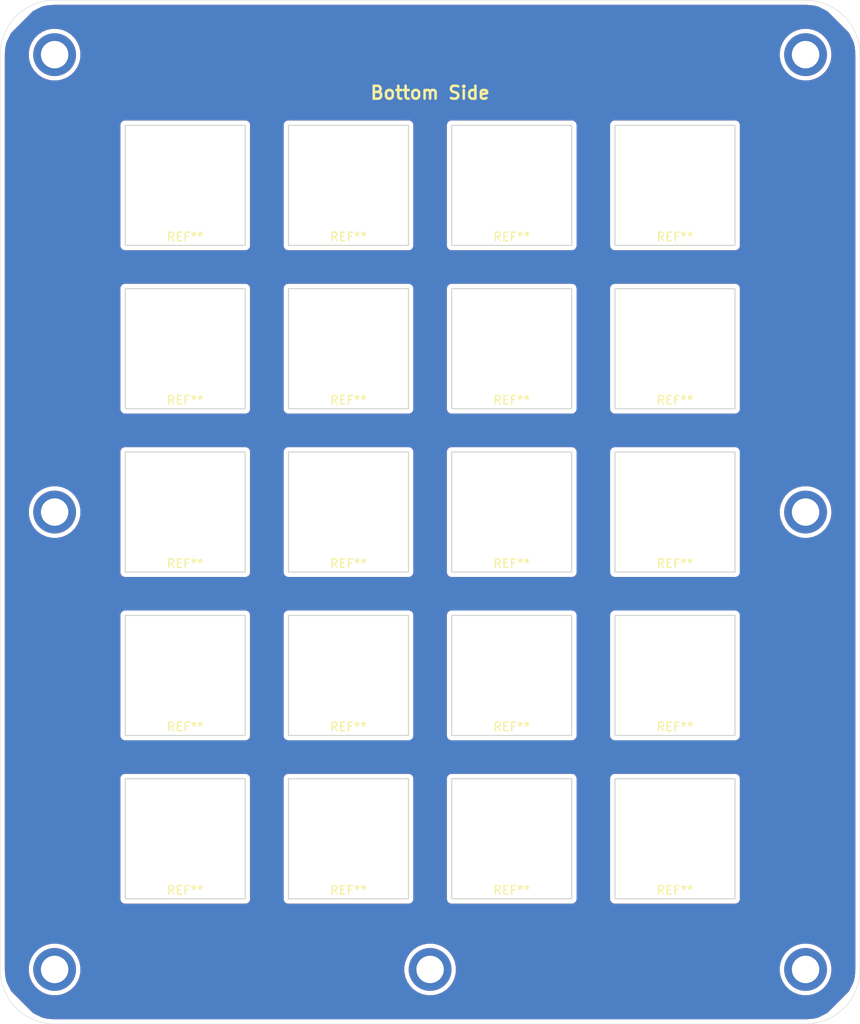
<source format=kicad_pcb>
(kicad_pcb (version 20171130) (host pcbnew "(5.1.5)-3")

  (general
    (thickness 1.6)
    (drawings 9)
    (tracks 0)
    (zones 0)
    (modules 27)
    (nets 1)
  )

  (page A4)
  (layers
    (0 F.Cu signal)
    (31 B.Cu signal)
    (32 B.Adhes user)
    (33 F.Adhes user)
    (34 B.Paste user)
    (35 F.Paste user)
    (36 B.SilkS user)
    (37 F.SilkS user)
    (38 B.Mask user)
    (39 F.Mask user)
    (40 Dwgs.User user)
    (41 Cmts.User user)
    (42 Eco1.User user)
    (43 Eco2.User user)
    (44 Edge.Cuts user)
    (45 Margin user)
    (46 B.CrtYd user)
    (47 F.CrtYd user)
    (48 B.Fab user)
    (49 F.Fab user hide)
  )

  (setup
    (last_trace_width 1.27)
    (trace_clearance 0.1524)
    (zone_clearance 0.508)
    (zone_45_only no)
    (trace_min 0.2)
    (via_size 0.508)
    (via_drill 0.3048)
    (via_min_size 0.4)
    (via_min_drill 0.3)
    (uvia_size 0.508)
    (uvia_drill 0.3048)
    (uvias_allowed no)
    (uvia_min_size 0.2)
    (uvia_min_drill 0.1)
    (edge_width 0.05)
    (segment_width 0.2)
    (pcb_text_width 0.3)
    (pcb_text_size 1.5 1.5)
    (mod_edge_width 0.12)
    (mod_text_size 1 1)
    (mod_text_width 0.15)
    (pad_size 5 5)
    (pad_drill 3.2)
    (pad_to_mask_clearance 0.0508)
    (aux_axis_origin 0 0)
    (visible_elements 7FFFFFFF)
    (pcbplotparams
      (layerselection 0x010fc_ffffffff)
      (usegerberextensions false)
      (usegerberattributes false)
      (usegerberadvancedattributes false)
      (creategerberjobfile false)
      (excludeedgelayer true)
      (linewidth 0.100000)
      (plotframeref false)
      (viasonmask false)
      (mode 1)
      (useauxorigin false)
      (hpglpennumber 1)
      (hpglpenspeed 20)
      (hpglpendiameter 15.000000)
      (psnegative false)
      (psa4output false)
      (plotreference true)
      (plotvalue true)
      (plotinvisibletext false)
      (padsonsilk false)
      (subtractmaskfromsilk false)
      (outputformat 1)
      (mirror false)
      (drillshape 0)
      (scaleselection 1)
      (outputdirectory ""))
  )

  (net 0 "")

  (net_class Default "This is the default net class."
    (clearance 0.1524)
    (trace_width 1.27)
    (via_dia 0.508)
    (via_drill 0.3048)
    (uvia_dia 0.508)
    (uvia_drill 0.3048)
    (diff_pair_width 0.254)
    (diff_pair_gap 0.1524)
  )

  (module Connectors:1X01NS_KIT (layer F.Cu) (tedit 5D3E3ACB) (tstamp 5F1C7337)
    (at 149.225 149.86)
    (descr "PLATED THROUGH HOLE - NO SILK OUTLINE KIT VERSION")
    (tags "PLATED THROUGH HOLE - NO SILK OUTLINE KIT VERSION")
    (attr virtual)
    (fp_text reference >NAME (at 0 -1.524) (layer F.SilkS) hide
      (effects (font (size 0.6096 0.6096) (thickness 0.127)))
    )
    (fp_text value >VALUE (at 0 1.651) (layer B.SilkS) hide
      (effects (font (size 0.6096 0.6096) (thickness 0.127)))
    )
    (fp_circle (center 0 0) (end 0 -0.9398) (layer F.SilkS) (width 0.1))
    (fp_circle (center 0 0) (end 0 -0.508) (layer F.SilkS) (width 0.1))
    (pad 1 thru_hole circle (at 0 0) (size 5 5) (drill 3.2) (layers *.Cu *.Mask)
      (solder_mask_margin 0.1016))
  )

  (module Connectors:1X01NS_KIT (layer F.Cu) (tedit 5D3E3ACB) (tstamp 5F1C7337)
    (at 193.04 96.52)
    (descr "PLATED THROUGH HOLE - NO SILK OUTLINE KIT VERSION")
    (tags "PLATED THROUGH HOLE - NO SILK OUTLINE KIT VERSION")
    (attr virtual)
    (fp_text reference >NAME (at 0 -1.524) (layer F.SilkS) hide
      (effects (font (size 0.6096 0.6096) (thickness 0.127)))
    )
    (fp_text value >VALUE (at 0 1.651) (layer B.SilkS) hide
      (effects (font (size 0.6096 0.6096) (thickness 0.127)))
    )
    (fp_circle (center 0 0) (end 0 -0.9398) (layer F.SilkS) (width 0.1))
    (fp_circle (center 0 0) (end 0 -0.508) (layer F.SilkS) (width 0.1))
    (pad 1 thru_hole circle (at 0 0) (size 5 5) (drill 3.2) (layers *.Cu *.Mask)
      (solder_mask_margin 0.1016))
  )

  (module Connectors:1X01NS_KIT (layer F.Cu) (tedit 5D3E3ACB) (tstamp 5F1C7337)
    (at 105.41 96.52)
    (descr "PLATED THROUGH HOLE - NO SILK OUTLINE KIT VERSION")
    (tags "PLATED THROUGH HOLE - NO SILK OUTLINE KIT VERSION")
    (attr virtual)
    (fp_text reference >NAME (at 0 -1.524) (layer F.SilkS) hide
      (effects (font (size 0.6096 0.6096) (thickness 0.127)))
    )
    (fp_text value >VALUE (at 0 1.651) (layer B.SilkS) hide
      (effects (font (size 0.6096 0.6096) (thickness 0.127)))
    )
    (fp_circle (center 0 0) (end 0 -0.9398) (layer F.SilkS) (width 0.1))
    (fp_circle (center 0 0) (end 0 -0.508) (layer F.SilkS) (width 0.1))
    (pad 1 thru_hole circle (at 0 0) (size 5 5) (drill 3.2) (layers *.Cu *.Mask)
      (solder_mask_margin 0.1016))
  )

  (module Connectors:1X01NS_KIT (layer F.Cu) (tedit 5D3E3ACB) (tstamp 5D3E9A43)
    (at 105.41 149.86)
    (descr "PLATED THROUGH HOLE - NO SILK OUTLINE KIT VERSION")
    (tags "PLATED THROUGH HOLE - NO SILK OUTLINE KIT VERSION")
    (attr virtual)
    (fp_text reference >NAME (at 0 -1.524) (layer F.SilkS) hide
      (effects (font (size 0.6096 0.6096) (thickness 0.127)))
    )
    (fp_text value >VALUE (at 0 1.651) (layer B.SilkS) hide
      (effects (font (size 0.6096 0.6096) (thickness 0.127)))
    )
    (fp_circle (center 0 0) (end 0 -0.508) (layer F.SilkS) (width 0.1))
    (fp_circle (center 0 0) (end 0 -0.9398) (layer F.SilkS) (width 0.1))
    (pad 1 thru_hole circle (at 0 0) (size 5 5) (drill 3.2) (layers *.Cu *.Mask)
      (solder_mask_margin 0.1016))
  )

  (module Connectors:1X01NS_KIT (layer F.Cu) (tedit 5D3E3ACB) (tstamp 5D3E9A43)
    (at 105.41 43.18)
    (descr "PLATED THROUGH HOLE - NO SILK OUTLINE KIT VERSION")
    (tags "PLATED THROUGH HOLE - NO SILK OUTLINE KIT VERSION")
    (attr virtual)
    (fp_text reference >NAME (at 0 -1.524) (layer F.SilkS) hide
      (effects (font (size 0.6096 0.6096) (thickness 0.127)))
    )
    (fp_text value >VALUE (at 0 1.651) (layer B.SilkS) hide
      (effects (font (size 0.6096 0.6096) (thickness 0.127)))
    )
    (fp_circle (center 0 0) (end 0 -0.508) (layer F.SilkS) (width 0.1))
    (fp_circle (center 0 0) (end 0 -0.9398) (layer F.SilkS) (width 0.1))
    (pad 1 thru_hole circle (at 0 0) (size 5 5) (drill 3.2) (layers *.Cu *.Mask)
      (solder_mask_margin 0.1016))
  )

  (module Connectors:1X01NS_KIT (layer F.Cu) (tedit 5D3E3ACB) (tstamp 5D3E9A43)
    (at 193.04 43.18)
    (descr "PLATED THROUGH HOLE - NO SILK OUTLINE KIT VERSION")
    (tags "PLATED THROUGH HOLE - NO SILK OUTLINE KIT VERSION")
    (attr virtual)
    (fp_text reference >NAME (at 0 -1.524) (layer F.SilkS) hide
      (effects (font (size 0.6096 0.6096) (thickness 0.127)))
    )
    (fp_text value >VALUE (at 0 1.651) (layer B.SilkS) hide
      (effects (font (size 0.6096 0.6096) (thickness 0.127)))
    )
    (fp_circle (center 0 0) (end 0 -0.508) (layer F.SilkS) (width 0.1))
    (fp_circle (center 0 0) (end 0 -0.9398) (layer F.SilkS) (width 0.1))
    (pad 1 thru_hole circle (at 0 0) (size 5 5) (drill 3.2) (layers *.Cu *.Mask)
      (solder_mask_margin 0.1016))
  )

  (module Connectors:1X01NS_KIT (layer F.Cu) (tedit 5D3E3ACB) (tstamp 5D3E9A43)
    (at 193.04 149.86)
    (descr "PLATED THROUGH HOLE - NO SILK OUTLINE KIT VERSION")
    (tags "PLATED THROUGH HOLE - NO SILK OUTLINE KIT VERSION")
    (attr virtual)
    (fp_text reference >NAME (at 0 -1.524) (layer F.SilkS) hide
      (effects (font (size 0.6096 0.6096) (thickness 0.127)))
    )
    (fp_text value >VALUE (at 0 1.651) (layer B.SilkS) hide
      (effects (font (size 0.6096 0.6096) (thickness 0.127)))
    )
    (fp_circle (center 0 0) (end 0 -0.508) (layer F.SilkS) (width 0.1))
    (fp_circle (center 0 0) (end 0 -0.9398) (layer F.SilkS) (width 0.1))
    (pad 1 thru_hole circle (at 0 0) (size 5 5) (drill 3.2) (layers *.Cu *.Mask)
      (solder_mask_margin 0.1016))
  )

  (module libkeyswitch-1_0_0:MX_PLATE_CUTOUT (layer F.Cu) (tedit 5CCD2393) (tstamp 5D3E90E9)
    (at 120.65 134.62)
    (fp_text reference REF** (at 0 6) (layer F.SilkS)
      (effects (font (size 1 1) (thickness 0.15)))
    )
    (fp_text value MX_PLATE_CUTOUT (at 0 -6) (layer F.Fab)
      (effects (font (size 1 1) (thickness 0.15)))
    )
    (fp_line (start 9 -9) (end -9 -9) (layer F.CrtYd) (width 0.12))
    (fp_line (start -9 -9) (end -9 9) (layer F.CrtYd) (width 0.12))
    (fp_line (start -9 9) (end 9 9) (layer F.CrtYd) (width 0.12))
    (fp_line (start 9 9) (end 9 -9) (layer F.CrtYd) (width 0.12))
    (fp_line (start -7 -7) (end -7 7) (layer Edge.Cuts) (width 0.12))
    (fp_line (start -7 7) (end 7 7) (layer Edge.Cuts) (width 0.12))
    (fp_line (start 7 7) (end 7 -7) (layer Edge.Cuts) (width 0.12))
    (fp_line (start 7 -7) (end -7 -7) (layer Edge.Cuts) (width 0.12))
  )

  (module libkeyswitch-1_0_0:MX_PLATE_CUTOUT (layer F.Cu) (tedit 5CCD2393) (tstamp 5D3E90DE)
    (at 158.75 134.62)
    (fp_text reference REF** (at 0 6) (layer F.SilkS)
      (effects (font (size 1 1) (thickness 0.15)))
    )
    (fp_text value MX_PLATE_CUTOUT (at 0 -6) (layer F.Fab)
      (effects (font (size 1 1) (thickness 0.15)))
    )
    (fp_line (start 7 -7) (end -7 -7) (layer Edge.Cuts) (width 0.12))
    (fp_line (start 7 7) (end 7 -7) (layer Edge.Cuts) (width 0.12))
    (fp_line (start -7 7) (end 7 7) (layer Edge.Cuts) (width 0.12))
    (fp_line (start -7 -7) (end -7 7) (layer Edge.Cuts) (width 0.12))
    (fp_line (start 9 9) (end 9 -9) (layer F.CrtYd) (width 0.12))
    (fp_line (start -9 9) (end 9 9) (layer F.CrtYd) (width 0.12))
    (fp_line (start -9 -9) (end -9 9) (layer F.CrtYd) (width 0.12))
    (fp_line (start 9 -9) (end -9 -9) (layer F.CrtYd) (width 0.12))
  )

  (module libkeyswitch-1_0_0:MX_PLATE_CUTOUT (layer F.Cu) (tedit 5CCD2393) (tstamp 5D3E90D3)
    (at 177.8 134.62)
    (fp_text reference REF** (at 0 6) (layer F.SilkS)
      (effects (font (size 1 1) (thickness 0.15)))
    )
    (fp_text value MX_PLATE_CUTOUT (at 0 -6) (layer F.Fab)
      (effects (font (size 1 1) (thickness 0.15)))
    )
    (fp_line (start 7 -7) (end -7 -7) (layer Edge.Cuts) (width 0.12))
    (fp_line (start 7 7) (end 7 -7) (layer Edge.Cuts) (width 0.12))
    (fp_line (start -7 7) (end 7 7) (layer Edge.Cuts) (width 0.12))
    (fp_line (start -7 -7) (end -7 7) (layer Edge.Cuts) (width 0.12))
    (fp_line (start 9 9) (end 9 -9) (layer F.CrtYd) (width 0.12))
    (fp_line (start -9 9) (end 9 9) (layer F.CrtYd) (width 0.12))
    (fp_line (start -9 -9) (end -9 9) (layer F.CrtYd) (width 0.12))
    (fp_line (start 9 -9) (end -9 -9) (layer F.CrtYd) (width 0.12))
  )

  (module libkeyswitch-1_0_0:MX_PLATE_CUTOUT (layer F.Cu) (tedit 5CCD2393) (tstamp 5D3E90C8)
    (at 139.7 134.62)
    (fp_text reference REF** (at 0 6) (layer F.SilkS)
      (effects (font (size 1 1) (thickness 0.15)))
    )
    (fp_text value MX_PLATE_CUTOUT (at 0 -6) (layer F.Fab)
      (effects (font (size 1 1) (thickness 0.15)))
    )
    (fp_line (start 7 -7) (end -7 -7) (layer Edge.Cuts) (width 0.12))
    (fp_line (start 7 7) (end 7 -7) (layer Edge.Cuts) (width 0.12))
    (fp_line (start -7 7) (end 7 7) (layer Edge.Cuts) (width 0.12))
    (fp_line (start -7 -7) (end -7 7) (layer Edge.Cuts) (width 0.12))
    (fp_line (start 9 9) (end 9 -9) (layer F.CrtYd) (width 0.12))
    (fp_line (start -9 9) (end 9 9) (layer F.CrtYd) (width 0.12))
    (fp_line (start -9 -9) (end -9 9) (layer F.CrtYd) (width 0.12))
    (fp_line (start 9 -9) (end -9 -9) (layer F.CrtYd) (width 0.12))
  )

  (module libkeyswitch-1_0_0:MX_PLATE_CUTOUT (layer F.Cu) (tedit 5CCD2393) (tstamp 5D3E90E9)
    (at 120.65 115.57)
    (fp_text reference REF** (at 0 6) (layer F.SilkS)
      (effects (font (size 1 1) (thickness 0.15)))
    )
    (fp_text value MX_PLATE_CUTOUT (at 0 -6) (layer F.Fab)
      (effects (font (size 1 1) (thickness 0.15)))
    )
    (fp_line (start 9 -9) (end -9 -9) (layer F.CrtYd) (width 0.12))
    (fp_line (start -9 -9) (end -9 9) (layer F.CrtYd) (width 0.12))
    (fp_line (start -9 9) (end 9 9) (layer F.CrtYd) (width 0.12))
    (fp_line (start 9 9) (end 9 -9) (layer F.CrtYd) (width 0.12))
    (fp_line (start -7 -7) (end -7 7) (layer Edge.Cuts) (width 0.12))
    (fp_line (start -7 7) (end 7 7) (layer Edge.Cuts) (width 0.12))
    (fp_line (start 7 7) (end 7 -7) (layer Edge.Cuts) (width 0.12))
    (fp_line (start 7 -7) (end -7 -7) (layer Edge.Cuts) (width 0.12))
  )

  (module libkeyswitch-1_0_0:MX_PLATE_CUTOUT (layer F.Cu) (tedit 5CCD2393) (tstamp 5D3E90DE)
    (at 158.75 115.57)
    (fp_text reference REF** (at 0 6) (layer F.SilkS)
      (effects (font (size 1 1) (thickness 0.15)))
    )
    (fp_text value MX_PLATE_CUTOUT (at 0 -6) (layer F.Fab)
      (effects (font (size 1 1) (thickness 0.15)))
    )
    (fp_line (start 7 -7) (end -7 -7) (layer Edge.Cuts) (width 0.12))
    (fp_line (start 7 7) (end 7 -7) (layer Edge.Cuts) (width 0.12))
    (fp_line (start -7 7) (end 7 7) (layer Edge.Cuts) (width 0.12))
    (fp_line (start -7 -7) (end -7 7) (layer Edge.Cuts) (width 0.12))
    (fp_line (start 9 9) (end 9 -9) (layer F.CrtYd) (width 0.12))
    (fp_line (start -9 9) (end 9 9) (layer F.CrtYd) (width 0.12))
    (fp_line (start -9 -9) (end -9 9) (layer F.CrtYd) (width 0.12))
    (fp_line (start 9 -9) (end -9 -9) (layer F.CrtYd) (width 0.12))
  )

  (module libkeyswitch-1_0_0:MX_PLATE_CUTOUT (layer F.Cu) (tedit 5CCD2393) (tstamp 5D3E90D3)
    (at 177.8 115.57)
    (fp_text reference REF** (at 0 6) (layer F.SilkS)
      (effects (font (size 1 1) (thickness 0.15)))
    )
    (fp_text value MX_PLATE_CUTOUT (at 0 -6) (layer F.Fab)
      (effects (font (size 1 1) (thickness 0.15)))
    )
    (fp_line (start 7 -7) (end -7 -7) (layer Edge.Cuts) (width 0.12))
    (fp_line (start 7 7) (end 7 -7) (layer Edge.Cuts) (width 0.12))
    (fp_line (start -7 7) (end 7 7) (layer Edge.Cuts) (width 0.12))
    (fp_line (start -7 -7) (end -7 7) (layer Edge.Cuts) (width 0.12))
    (fp_line (start 9 9) (end 9 -9) (layer F.CrtYd) (width 0.12))
    (fp_line (start -9 9) (end 9 9) (layer F.CrtYd) (width 0.12))
    (fp_line (start -9 -9) (end -9 9) (layer F.CrtYd) (width 0.12))
    (fp_line (start 9 -9) (end -9 -9) (layer F.CrtYd) (width 0.12))
  )

  (module libkeyswitch-1_0_0:MX_PLATE_CUTOUT (layer F.Cu) (tedit 5CCD2393) (tstamp 5D3E90C8)
    (at 139.7 115.57)
    (fp_text reference REF** (at 0 6) (layer F.SilkS)
      (effects (font (size 1 1) (thickness 0.15)))
    )
    (fp_text value MX_PLATE_CUTOUT (at 0 -6) (layer F.Fab)
      (effects (font (size 1 1) (thickness 0.15)))
    )
    (fp_line (start 7 -7) (end -7 -7) (layer Edge.Cuts) (width 0.12))
    (fp_line (start 7 7) (end 7 -7) (layer Edge.Cuts) (width 0.12))
    (fp_line (start -7 7) (end 7 7) (layer Edge.Cuts) (width 0.12))
    (fp_line (start -7 -7) (end -7 7) (layer Edge.Cuts) (width 0.12))
    (fp_line (start 9 9) (end 9 -9) (layer F.CrtYd) (width 0.12))
    (fp_line (start -9 9) (end 9 9) (layer F.CrtYd) (width 0.12))
    (fp_line (start -9 -9) (end -9 9) (layer F.CrtYd) (width 0.12))
    (fp_line (start 9 -9) (end -9 -9) (layer F.CrtYd) (width 0.12))
  )

  (module libkeyswitch-1_0_0:MX_PLATE_CUTOUT (layer F.Cu) (tedit 5CCD2393) (tstamp 5D3E90E9)
    (at 120.65 96.52)
    (fp_text reference REF** (at 0 6) (layer F.SilkS)
      (effects (font (size 1 1) (thickness 0.15)))
    )
    (fp_text value MX_PLATE_CUTOUT (at 0 -6) (layer F.Fab)
      (effects (font (size 1 1) (thickness 0.15)))
    )
    (fp_line (start 9 -9) (end -9 -9) (layer F.CrtYd) (width 0.12))
    (fp_line (start -9 -9) (end -9 9) (layer F.CrtYd) (width 0.12))
    (fp_line (start -9 9) (end 9 9) (layer F.CrtYd) (width 0.12))
    (fp_line (start 9 9) (end 9 -9) (layer F.CrtYd) (width 0.12))
    (fp_line (start -7 -7) (end -7 7) (layer Edge.Cuts) (width 0.12))
    (fp_line (start -7 7) (end 7 7) (layer Edge.Cuts) (width 0.12))
    (fp_line (start 7 7) (end 7 -7) (layer Edge.Cuts) (width 0.12))
    (fp_line (start 7 -7) (end -7 -7) (layer Edge.Cuts) (width 0.12))
  )

  (module libkeyswitch-1_0_0:MX_PLATE_CUTOUT (layer F.Cu) (tedit 5CCD2393) (tstamp 5D3E90DE)
    (at 158.75 96.52)
    (fp_text reference REF** (at 0 6) (layer F.SilkS)
      (effects (font (size 1 1) (thickness 0.15)))
    )
    (fp_text value MX_PLATE_CUTOUT (at 0 -6) (layer F.Fab)
      (effects (font (size 1 1) (thickness 0.15)))
    )
    (fp_line (start 7 -7) (end -7 -7) (layer Edge.Cuts) (width 0.12))
    (fp_line (start 7 7) (end 7 -7) (layer Edge.Cuts) (width 0.12))
    (fp_line (start -7 7) (end 7 7) (layer Edge.Cuts) (width 0.12))
    (fp_line (start -7 -7) (end -7 7) (layer Edge.Cuts) (width 0.12))
    (fp_line (start 9 9) (end 9 -9) (layer F.CrtYd) (width 0.12))
    (fp_line (start -9 9) (end 9 9) (layer F.CrtYd) (width 0.12))
    (fp_line (start -9 -9) (end -9 9) (layer F.CrtYd) (width 0.12))
    (fp_line (start 9 -9) (end -9 -9) (layer F.CrtYd) (width 0.12))
  )

  (module libkeyswitch-1_0_0:MX_PLATE_CUTOUT (layer F.Cu) (tedit 5CCD2393) (tstamp 5D3E90D3)
    (at 177.8 96.52)
    (fp_text reference REF** (at 0 6) (layer F.SilkS)
      (effects (font (size 1 1) (thickness 0.15)))
    )
    (fp_text value MX_PLATE_CUTOUT (at 0 -6) (layer F.Fab)
      (effects (font (size 1 1) (thickness 0.15)))
    )
    (fp_line (start 7 -7) (end -7 -7) (layer Edge.Cuts) (width 0.12))
    (fp_line (start 7 7) (end 7 -7) (layer Edge.Cuts) (width 0.12))
    (fp_line (start -7 7) (end 7 7) (layer Edge.Cuts) (width 0.12))
    (fp_line (start -7 -7) (end -7 7) (layer Edge.Cuts) (width 0.12))
    (fp_line (start 9 9) (end 9 -9) (layer F.CrtYd) (width 0.12))
    (fp_line (start -9 9) (end 9 9) (layer F.CrtYd) (width 0.12))
    (fp_line (start -9 -9) (end -9 9) (layer F.CrtYd) (width 0.12))
    (fp_line (start 9 -9) (end -9 -9) (layer F.CrtYd) (width 0.12))
  )

  (module libkeyswitch-1_0_0:MX_PLATE_CUTOUT (layer F.Cu) (tedit 5CCD2393) (tstamp 5D3E90C8)
    (at 139.7 96.52)
    (fp_text reference REF** (at 0 6) (layer F.SilkS)
      (effects (font (size 1 1) (thickness 0.15)))
    )
    (fp_text value MX_PLATE_CUTOUT (at 0 -6) (layer F.Fab)
      (effects (font (size 1 1) (thickness 0.15)))
    )
    (fp_line (start 7 -7) (end -7 -7) (layer Edge.Cuts) (width 0.12))
    (fp_line (start 7 7) (end 7 -7) (layer Edge.Cuts) (width 0.12))
    (fp_line (start -7 7) (end 7 7) (layer Edge.Cuts) (width 0.12))
    (fp_line (start -7 -7) (end -7 7) (layer Edge.Cuts) (width 0.12))
    (fp_line (start 9 9) (end 9 -9) (layer F.CrtYd) (width 0.12))
    (fp_line (start -9 9) (end 9 9) (layer F.CrtYd) (width 0.12))
    (fp_line (start -9 -9) (end -9 9) (layer F.CrtYd) (width 0.12))
    (fp_line (start 9 -9) (end -9 -9) (layer F.CrtYd) (width 0.12))
  )

  (module libkeyswitch-1_0_0:MX_PLATE_CUTOUT (layer F.Cu) (tedit 5CCD2393) (tstamp 5D3E90E9)
    (at 120.65 77.47)
    (fp_text reference REF** (at 0 6) (layer F.SilkS)
      (effects (font (size 1 1) (thickness 0.15)))
    )
    (fp_text value MX_PLATE_CUTOUT (at 0 -6) (layer F.Fab)
      (effects (font (size 1 1) (thickness 0.15)))
    )
    (fp_line (start 9 -9) (end -9 -9) (layer F.CrtYd) (width 0.12))
    (fp_line (start -9 -9) (end -9 9) (layer F.CrtYd) (width 0.12))
    (fp_line (start -9 9) (end 9 9) (layer F.CrtYd) (width 0.12))
    (fp_line (start 9 9) (end 9 -9) (layer F.CrtYd) (width 0.12))
    (fp_line (start -7 -7) (end -7 7) (layer Edge.Cuts) (width 0.12))
    (fp_line (start -7 7) (end 7 7) (layer Edge.Cuts) (width 0.12))
    (fp_line (start 7 7) (end 7 -7) (layer Edge.Cuts) (width 0.12))
    (fp_line (start 7 -7) (end -7 -7) (layer Edge.Cuts) (width 0.12))
  )

  (module libkeyswitch-1_0_0:MX_PLATE_CUTOUT (layer F.Cu) (tedit 5CCD2393) (tstamp 5D3E90DE)
    (at 158.75 77.47)
    (fp_text reference REF** (at 0 6) (layer F.SilkS)
      (effects (font (size 1 1) (thickness 0.15)))
    )
    (fp_text value MX_PLATE_CUTOUT (at 0 -6) (layer F.Fab)
      (effects (font (size 1 1) (thickness 0.15)))
    )
    (fp_line (start 7 -7) (end -7 -7) (layer Edge.Cuts) (width 0.12))
    (fp_line (start 7 7) (end 7 -7) (layer Edge.Cuts) (width 0.12))
    (fp_line (start -7 7) (end 7 7) (layer Edge.Cuts) (width 0.12))
    (fp_line (start -7 -7) (end -7 7) (layer Edge.Cuts) (width 0.12))
    (fp_line (start 9 9) (end 9 -9) (layer F.CrtYd) (width 0.12))
    (fp_line (start -9 9) (end 9 9) (layer F.CrtYd) (width 0.12))
    (fp_line (start -9 -9) (end -9 9) (layer F.CrtYd) (width 0.12))
    (fp_line (start 9 -9) (end -9 -9) (layer F.CrtYd) (width 0.12))
  )

  (module libkeyswitch-1_0_0:MX_PLATE_CUTOUT (layer F.Cu) (tedit 5CCD2393) (tstamp 5D3E90D3)
    (at 177.8 77.47)
    (fp_text reference REF** (at 0 6) (layer F.SilkS)
      (effects (font (size 1 1) (thickness 0.15)))
    )
    (fp_text value MX_PLATE_CUTOUT (at 0 -6) (layer F.Fab)
      (effects (font (size 1 1) (thickness 0.15)))
    )
    (fp_line (start 7 -7) (end -7 -7) (layer Edge.Cuts) (width 0.12))
    (fp_line (start 7 7) (end 7 -7) (layer Edge.Cuts) (width 0.12))
    (fp_line (start -7 7) (end 7 7) (layer Edge.Cuts) (width 0.12))
    (fp_line (start -7 -7) (end -7 7) (layer Edge.Cuts) (width 0.12))
    (fp_line (start 9 9) (end 9 -9) (layer F.CrtYd) (width 0.12))
    (fp_line (start -9 9) (end 9 9) (layer F.CrtYd) (width 0.12))
    (fp_line (start -9 -9) (end -9 9) (layer F.CrtYd) (width 0.12))
    (fp_line (start 9 -9) (end -9 -9) (layer F.CrtYd) (width 0.12))
  )

  (module libkeyswitch-1_0_0:MX_PLATE_CUTOUT (layer F.Cu) (tedit 5CCD2393) (tstamp 5D3E90C8)
    (at 139.7 77.47)
    (fp_text reference REF** (at 0 6) (layer F.SilkS)
      (effects (font (size 1 1) (thickness 0.15)))
    )
    (fp_text value MX_PLATE_CUTOUT (at 0 -6) (layer F.Fab)
      (effects (font (size 1 1) (thickness 0.15)))
    )
    (fp_line (start 7 -7) (end -7 -7) (layer Edge.Cuts) (width 0.12))
    (fp_line (start 7 7) (end 7 -7) (layer Edge.Cuts) (width 0.12))
    (fp_line (start -7 7) (end 7 7) (layer Edge.Cuts) (width 0.12))
    (fp_line (start -7 -7) (end -7 7) (layer Edge.Cuts) (width 0.12))
    (fp_line (start 9 9) (end 9 -9) (layer F.CrtYd) (width 0.12))
    (fp_line (start -9 9) (end 9 9) (layer F.CrtYd) (width 0.12))
    (fp_line (start -9 -9) (end -9 9) (layer F.CrtYd) (width 0.12))
    (fp_line (start 9 -9) (end -9 -9) (layer F.CrtYd) (width 0.12))
  )

  (module libkeyswitch-1_0_0:MX_PLATE_CUTOUT (layer F.Cu) (tedit 5CCD2393) (tstamp 5D3E9089)
    (at 177.8 58.42)
    (fp_text reference REF** (at 0 6) (layer F.SilkS)
      (effects (font (size 1 1) (thickness 0.15)))
    )
    (fp_text value MX_PLATE_CUTOUT (at 0 -6) (layer F.Fab)
      (effects (font (size 1 1) (thickness 0.15)))
    )
    (fp_line (start 9 -9) (end -9 -9) (layer F.CrtYd) (width 0.12))
    (fp_line (start -9 -9) (end -9 9) (layer F.CrtYd) (width 0.12))
    (fp_line (start -9 9) (end 9 9) (layer F.CrtYd) (width 0.12))
    (fp_line (start 9 9) (end 9 -9) (layer F.CrtYd) (width 0.12))
    (fp_line (start -7 -7) (end -7 7) (layer Edge.Cuts) (width 0.12))
    (fp_line (start -7 7) (end 7 7) (layer Edge.Cuts) (width 0.12))
    (fp_line (start 7 7) (end 7 -7) (layer Edge.Cuts) (width 0.12))
    (fp_line (start 7 -7) (end -7 -7) (layer Edge.Cuts) (width 0.12))
  )

  (module libkeyswitch-1_0_0:MX_PLATE_CUTOUT (layer F.Cu) (tedit 5CCD2393) (tstamp 5D3E9089)
    (at 158.75 58.42)
    (fp_text reference REF** (at 0 6) (layer F.SilkS)
      (effects (font (size 1 1) (thickness 0.15)))
    )
    (fp_text value MX_PLATE_CUTOUT (at 0 -6) (layer F.Fab)
      (effects (font (size 1 1) (thickness 0.15)))
    )
    (fp_line (start 9 -9) (end -9 -9) (layer F.CrtYd) (width 0.12))
    (fp_line (start -9 -9) (end -9 9) (layer F.CrtYd) (width 0.12))
    (fp_line (start -9 9) (end 9 9) (layer F.CrtYd) (width 0.12))
    (fp_line (start 9 9) (end 9 -9) (layer F.CrtYd) (width 0.12))
    (fp_line (start -7 -7) (end -7 7) (layer Edge.Cuts) (width 0.12))
    (fp_line (start -7 7) (end 7 7) (layer Edge.Cuts) (width 0.12))
    (fp_line (start 7 7) (end 7 -7) (layer Edge.Cuts) (width 0.12))
    (fp_line (start 7 -7) (end -7 -7) (layer Edge.Cuts) (width 0.12))
  )

  (module libkeyswitch-1_0_0:MX_PLATE_CUTOUT (layer F.Cu) (tedit 5CCD2393) (tstamp 5D3E9089)
    (at 139.7 58.42)
    (fp_text reference REF** (at 0 6) (layer F.SilkS)
      (effects (font (size 1 1) (thickness 0.15)))
    )
    (fp_text value MX_PLATE_CUTOUT (at 0 -6) (layer F.Fab)
      (effects (font (size 1 1) (thickness 0.15)))
    )
    (fp_line (start 9 -9) (end -9 -9) (layer F.CrtYd) (width 0.12))
    (fp_line (start -9 -9) (end -9 9) (layer F.CrtYd) (width 0.12))
    (fp_line (start -9 9) (end 9 9) (layer F.CrtYd) (width 0.12))
    (fp_line (start 9 9) (end 9 -9) (layer F.CrtYd) (width 0.12))
    (fp_line (start -7 -7) (end -7 7) (layer Edge.Cuts) (width 0.12))
    (fp_line (start -7 7) (end 7 7) (layer Edge.Cuts) (width 0.12))
    (fp_line (start 7 7) (end 7 -7) (layer Edge.Cuts) (width 0.12))
    (fp_line (start 7 -7) (end -7 -7) (layer Edge.Cuts) (width 0.12))
  )

  (module libkeyswitch-1_0_0:MX_PLATE_CUTOUT (layer F.Cu) (tedit 5CCD2393) (tstamp 5D3E907D)
    (at 120.65 58.42)
    (fp_text reference REF** (at 0 6) (layer F.SilkS)
      (effects (font (size 1 1) (thickness 0.15)))
    )
    (fp_text value MX_PLATE_CUTOUT (at 0 -6) (layer F.Fab)
      (effects (font (size 1 1) (thickness 0.15)))
    )
    (fp_line (start 7 -7) (end -7 -7) (layer Edge.Cuts) (width 0.12))
    (fp_line (start 7 7) (end 7 -7) (layer Edge.Cuts) (width 0.12))
    (fp_line (start -7 7) (end 7 7) (layer Edge.Cuts) (width 0.12))
    (fp_line (start -7 -7) (end -7 7) (layer Edge.Cuts) (width 0.12))
    (fp_line (start 9 9) (end 9 -9) (layer F.CrtYd) (width 0.12))
    (fp_line (start -9 9) (end 9 9) (layer F.CrtYd) (width 0.12))
    (fp_line (start -9 -9) (end -9 9) (layer F.CrtYd) (width 0.12))
    (fp_line (start 9 -9) (end -9 -9) (layer F.CrtYd) (width 0.12))
  )

  (gr_text "Bottom Side" (at 149.225 47.625) (layer F.SilkS)
    (effects (font (size 1.5 1.5) (thickness 0.3)))
  )
  (gr_line (start 99.06 43.18) (end 99.06 149.86) (layer Edge.Cuts) (width 0.05) (tstamp 5D3E99AE))
  (gr_line (start 193.04 36.83) (end 105.41 36.83) (layer Edge.Cuts) (width 0.05) (tstamp 5D3E99AD))
  (gr_line (start 199.39 149.86) (end 199.39 43.18) (layer Edge.Cuts) (width 0.05) (tstamp 5D3E99AC))
  (gr_line (start 105.41 156.21) (end 193.04 156.21) (layer Edge.Cuts) (width 0.05) (tstamp 5D3E99AB))
  (gr_arc (start 105.41 149.86) (end 99.06 149.86) (angle -90) (layer Edge.Cuts) (width 0.05) (tstamp 5D3E99A1))
  (gr_arc (start 105.41 43.18) (end 105.41 36.83) (angle -90) (layer Edge.Cuts) (width 0.05) (tstamp 5D3E99A1))
  (gr_arc (start 193.04 43.18) (end 199.39 43.18) (angle -90) (layer Edge.Cuts) (width 0.05) (tstamp 5D3E99A1))
  (gr_arc (start 193.04 149.86) (end 193.04 156.21) (angle -90) (layer Edge.Cuts) (width 0.05))

  (zone (net 0) (net_name "") (layer F.Cu) (tstamp 0) (hatch edge 0.508)
    (connect_pads (clearance 0.508))
    (min_thickness 0.254)
    (fill yes (arc_segments 32) (thermal_gap 0.508) (thermal_bridge_width 0.508))
    (polygon
      (pts
        (xy 99.06 43.18) (xy 100.33 40.64) (xy 102.87 38.1) (xy 105.41 36.83) (xy 193.04 36.83)
        (xy 195.58 38.1) (xy 198.12 40.64) (xy 199.39 43.18) (xy 199.39 149.86) (xy 198.12 152.4)
        (xy 195.58 154.94) (xy 193.04 156.21) (xy 105.41 156.21) (xy 102.87 154.94) (xy 100.33 152.4)
        (xy 99.06 149.86)
      )
    )
    (filled_polygon
      (pts
        (xy 193.929791 37.562068) (xy 194.488356 37.696168) (xy 195.504768 38.204374) (xy 198.015626 40.715232) (xy 198.523831 41.731643)
        (xy 198.657931 42.290207) (xy 198.730001 43.205939) (xy 198.73 149.834074) (xy 198.657931 150.749793) (xy 198.523831 151.308357)
        (xy 198.015626 152.324768) (xy 195.504768 154.835626) (xy 194.488356 155.343832) (xy 193.929791 155.477932) (xy 193.014074 155.55)
        (xy 105.435926 155.55) (xy 104.520207 155.477931) (xy 103.961643 155.343831) (xy 102.945232 154.835626) (xy 100.434374 152.324768)
        (xy 99.926168 151.308356) (xy 99.792068 150.749791) (xy 99.72 149.834074) (xy 99.72 149.551229) (xy 102.275 149.551229)
        (xy 102.275 150.168771) (xy 102.395476 150.774446) (xy 102.631799 151.344979) (xy 102.974886 151.858446) (xy 103.411554 152.295114)
        (xy 103.925021 152.638201) (xy 104.495554 152.874524) (xy 105.101229 152.995) (xy 105.718771 152.995) (xy 106.324446 152.874524)
        (xy 106.894979 152.638201) (xy 107.408446 152.295114) (xy 107.845114 151.858446) (xy 108.188201 151.344979) (xy 108.424524 150.774446)
        (xy 108.545 150.168771) (xy 108.545 149.551229) (xy 146.09 149.551229) (xy 146.09 150.168771) (xy 146.210476 150.774446)
        (xy 146.446799 151.344979) (xy 146.789886 151.858446) (xy 147.226554 152.295114) (xy 147.740021 152.638201) (xy 148.310554 152.874524)
        (xy 148.916229 152.995) (xy 149.533771 152.995) (xy 150.139446 152.874524) (xy 150.709979 152.638201) (xy 151.223446 152.295114)
        (xy 151.660114 151.858446) (xy 152.003201 151.344979) (xy 152.239524 150.774446) (xy 152.36 150.168771) (xy 152.36 149.551229)
        (xy 189.905 149.551229) (xy 189.905 150.168771) (xy 190.025476 150.774446) (xy 190.261799 151.344979) (xy 190.604886 151.858446)
        (xy 191.041554 152.295114) (xy 191.555021 152.638201) (xy 192.125554 152.874524) (xy 192.731229 152.995) (xy 193.348771 152.995)
        (xy 193.954446 152.874524) (xy 194.524979 152.638201) (xy 195.038446 152.295114) (xy 195.475114 151.858446) (xy 195.818201 151.344979)
        (xy 196.054524 150.774446) (xy 196.175 150.168771) (xy 196.175 149.551229) (xy 196.054524 148.945554) (xy 195.818201 148.375021)
        (xy 195.475114 147.861554) (xy 195.038446 147.424886) (xy 194.524979 147.081799) (xy 193.954446 146.845476) (xy 193.348771 146.725)
        (xy 192.731229 146.725) (xy 192.125554 146.845476) (xy 191.555021 147.081799) (xy 191.041554 147.424886) (xy 190.604886 147.861554)
        (xy 190.261799 148.375021) (xy 190.025476 148.945554) (xy 189.905 149.551229) (xy 152.36 149.551229) (xy 152.239524 148.945554)
        (xy 152.003201 148.375021) (xy 151.660114 147.861554) (xy 151.223446 147.424886) (xy 150.709979 147.081799) (xy 150.139446 146.845476)
        (xy 149.533771 146.725) (xy 148.916229 146.725) (xy 148.310554 146.845476) (xy 147.740021 147.081799) (xy 147.226554 147.424886)
        (xy 146.789886 147.861554) (xy 146.446799 148.375021) (xy 146.210476 148.945554) (xy 146.09 149.551229) (xy 108.545 149.551229)
        (xy 108.424524 148.945554) (xy 108.188201 148.375021) (xy 107.845114 147.861554) (xy 107.408446 147.424886) (xy 106.894979 147.081799)
        (xy 106.324446 146.845476) (xy 105.718771 146.725) (xy 105.101229 146.725) (xy 104.495554 146.845476) (xy 103.925021 147.081799)
        (xy 103.411554 147.424886) (xy 102.974886 147.861554) (xy 102.631799 148.375021) (xy 102.395476 148.945554) (xy 102.275 149.551229)
        (xy 99.72 149.551229) (xy 99.72 127.62) (xy 112.951638 127.62) (xy 112.955 127.654135) (xy 112.955001 141.585855)
        (xy 112.951638 141.62) (xy 112.965057 141.756244) (xy 113.004798 141.887252) (xy 113.069333 142.007989) (xy 113.156183 142.113817)
        (xy 113.262011 142.200667) (xy 113.382748 142.265202) (xy 113.513756 142.304943) (xy 113.615865 142.315) (xy 113.615866 142.315)
        (xy 113.65 142.318362) (xy 113.684135 142.315) (xy 127.615865 142.315) (xy 127.65 142.318362) (xy 127.684134 142.315)
        (xy 127.684135 142.315) (xy 127.786244 142.304943) (xy 127.917252 142.265202) (xy 128.037989 142.200667) (xy 128.143817 142.113817)
        (xy 128.230667 142.007989) (xy 128.295202 141.887252) (xy 128.334943 141.756244) (xy 128.348362 141.62) (xy 128.345 141.585865)
        (xy 128.345 127.654135) (xy 128.348362 127.62) (xy 132.001638 127.62) (xy 132.005 127.654135) (xy 132.005001 141.585855)
        (xy 132.001638 141.62) (xy 132.015057 141.756244) (xy 132.054798 141.887252) (xy 132.119333 142.007989) (xy 132.206183 142.113817)
        (xy 132.312011 142.200667) (xy 132.432748 142.265202) (xy 132.563756 142.304943) (xy 132.665865 142.315) (xy 132.665866 142.315)
        (xy 132.7 142.318362) (xy 132.734135 142.315) (xy 146.665865 142.315) (xy 146.7 142.318362) (xy 146.734134 142.315)
        (xy 146.734135 142.315) (xy 146.836244 142.304943) (xy 146.967252 142.265202) (xy 147.087989 142.200667) (xy 147.193817 142.113817)
        (xy 147.280667 142.007989) (xy 147.345202 141.887252) (xy 147.384943 141.756244) (xy 147.398362 141.62) (xy 147.395 141.585865)
        (xy 147.395 127.654135) (xy 147.398362 127.62) (xy 151.051638 127.62) (xy 151.055 127.654135) (xy 151.055001 141.585855)
        (xy 151.051638 141.62) (xy 151.065057 141.756244) (xy 151.104798 141.887252) (xy 151.169333 142.007989) (xy 151.256183 142.113817)
        (xy 151.362011 142.200667) (xy 151.482748 142.265202) (xy 151.613756 142.304943) (xy 151.715865 142.315) (xy 151.715866 142.315)
        (xy 151.75 142.318362) (xy 151.784135 142.315) (xy 165.715865 142.315) (xy 165.75 142.318362) (xy 165.784134 142.315)
        (xy 165.784135 142.315) (xy 165.886244 142.304943) (xy 166.017252 142.265202) (xy 166.137989 142.200667) (xy 166.243817 142.113817)
        (xy 166.330667 142.007989) (xy 166.395202 141.887252) (xy 166.434943 141.756244) (xy 166.448362 141.62) (xy 166.445 141.585865)
        (xy 166.445 127.654135) (xy 166.448362 127.62) (xy 170.101638 127.62) (xy 170.105 127.654135) (xy 170.105001 141.585855)
        (xy 170.101638 141.62) (xy 170.115057 141.756244) (xy 170.154798 141.887252) (xy 170.219333 142.007989) (xy 170.306183 142.113817)
        (xy 170.412011 142.200667) (xy 170.532748 142.265202) (xy 170.663756 142.304943) (xy 170.765865 142.315) (xy 170.765866 142.315)
        (xy 170.8 142.318362) (xy 170.834135 142.315) (xy 184.765865 142.315) (xy 184.8 142.318362) (xy 184.834134 142.315)
        (xy 184.834135 142.315) (xy 184.936244 142.304943) (xy 185.067252 142.265202) (xy 185.187989 142.200667) (xy 185.293817 142.113817)
        (xy 185.380667 142.007989) (xy 185.445202 141.887252) (xy 185.484943 141.756244) (xy 185.498362 141.62) (xy 185.495 141.585865)
        (xy 185.495 127.654135) (xy 185.498362 127.62) (xy 185.484943 127.483756) (xy 185.445202 127.352748) (xy 185.380667 127.232011)
        (xy 185.293817 127.126183) (xy 185.187989 127.039333) (xy 185.067252 126.974798) (xy 184.936244 126.935057) (xy 184.834135 126.925)
        (xy 184.8 126.921638) (xy 184.765866 126.925) (xy 170.834134 126.925) (xy 170.8 126.921638) (xy 170.765865 126.925)
        (xy 170.663756 126.935057) (xy 170.532748 126.974798) (xy 170.412011 127.039333) (xy 170.306183 127.126183) (xy 170.219333 127.232011)
        (xy 170.154798 127.352748) (xy 170.115057 127.483756) (xy 170.101638 127.62) (xy 166.448362 127.62) (xy 166.434943 127.483756)
        (xy 166.395202 127.352748) (xy 166.330667 127.232011) (xy 166.243817 127.126183) (xy 166.137989 127.039333) (xy 166.017252 126.974798)
        (xy 165.886244 126.935057) (xy 165.784135 126.925) (xy 165.75 126.921638) (xy 165.715866 126.925) (xy 151.784134 126.925)
        (xy 151.75 126.921638) (xy 151.715865 126.925) (xy 151.613756 126.935057) (xy 151.482748 126.974798) (xy 151.362011 127.039333)
        (xy 151.256183 127.126183) (xy 151.169333 127.232011) (xy 151.104798 127.352748) (xy 151.065057 127.483756) (xy 151.051638 127.62)
        (xy 147.398362 127.62) (xy 147.384943 127.483756) (xy 147.345202 127.352748) (xy 147.280667 127.232011) (xy 147.193817 127.126183)
        (xy 147.087989 127.039333) (xy 146.967252 126.974798) (xy 146.836244 126.935057) (xy 146.734135 126.925) (xy 146.7 126.921638)
        (xy 146.665866 126.925) (xy 132.734134 126.925) (xy 132.7 126.921638) (xy 132.665865 126.925) (xy 132.563756 126.935057)
        (xy 132.432748 126.974798) (xy 132.312011 127.039333) (xy 132.206183 127.126183) (xy 132.119333 127.232011) (xy 132.054798 127.352748)
        (xy 132.015057 127.483756) (xy 132.001638 127.62) (xy 128.348362 127.62) (xy 128.334943 127.483756) (xy 128.295202 127.352748)
        (xy 128.230667 127.232011) (xy 128.143817 127.126183) (xy 128.037989 127.039333) (xy 127.917252 126.974798) (xy 127.786244 126.935057)
        (xy 127.684135 126.925) (xy 127.65 126.921638) (xy 127.615866 126.925) (xy 113.684134 126.925) (xy 113.65 126.921638)
        (xy 113.615865 126.925) (xy 113.513756 126.935057) (xy 113.382748 126.974798) (xy 113.262011 127.039333) (xy 113.156183 127.126183)
        (xy 113.069333 127.232011) (xy 113.004798 127.352748) (xy 112.965057 127.483756) (xy 112.951638 127.62) (xy 99.72 127.62)
        (xy 99.72 108.57) (xy 112.951638 108.57) (xy 112.955 108.604135) (xy 112.955001 122.535855) (xy 112.951638 122.57)
        (xy 112.965057 122.706244) (xy 113.004798 122.837252) (xy 113.069333 122.957989) (xy 113.156183 123.063817) (xy 113.262011 123.150667)
        (xy 113.382748 123.215202) (xy 113.513756 123.254943) (xy 113.615865 123.265) (xy 113.615866 123.265) (xy 113.65 123.268362)
        (xy 113.684135 123.265) (xy 127.615865 123.265) (xy 127.65 123.268362) (xy 127.684134 123.265) (xy 127.684135 123.265)
        (xy 127.786244 123.254943) (xy 127.917252 123.215202) (xy 128.037989 123.150667) (xy 128.143817 123.063817) (xy 128.230667 122.957989)
        (xy 128.295202 122.837252) (xy 128.334943 122.706244) (xy 128.348362 122.57) (xy 128.345 122.535865) (xy 128.345 108.604135)
        (xy 128.348362 108.57) (xy 132.001638 108.57) (xy 132.005 108.604135) (xy 132.005001 122.535855) (xy 132.001638 122.57)
        (xy 132.015057 122.706244) (xy 132.054798 122.837252) (xy 132.119333 122.957989) (xy 132.206183 123.063817) (xy 132.312011 123.150667)
        (xy 132.432748 123.215202) (xy 132.563756 123.254943) (xy 132.665865 123.265) (xy 132.665866 123.265) (xy 132.7 123.268362)
        (xy 132.734135 123.265) (xy 146.665865 123.265) (xy 146.7 123.268362) (xy 146.734134 123.265) (xy 146.734135 123.265)
        (xy 146.836244 123.254943) (xy 146.967252 123.215202) (xy 147.087989 123.150667) (xy 147.193817 123.063817) (xy 147.280667 122.957989)
        (xy 147.345202 122.837252) (xy 147.384943 122.706244) (xy 147.398362 122.57) (xy 147.395 122.535865) (xy 147.395 108.604135)
        (xy 147.398362 108.57) (xy 151.051638 108.57) (xy 151.055 108.604135) (xy 151.055001 122.535855) (xy 151.051638 122.57)
        (xy 151.065057 122.706244) (xy 151.104798 122.837252) (xy 151.169333 122.957989) (xy 151.256183 123.063817) (xy 151.362011 123.150667)
        (xy 151.482748 123.215202) (xy 151.613756 123.254943) (xy 151.715865 123.265) (xy 151.715866 123.265) (xy 151.75 123.268362)
        (xy 151.784135 123.265) (xy 165.715865 123.265) (xy 165.75 123.268362) (xy 165.784134 123.265) (xy 165.784135 123.265)
        (xy 165.886244 123.254943) (xy 166.017252 123.215202) (xy 166.137989 123.150667) (xy 166.243817 123.063817) (xy 166.330667 122.957989)
        (xy 166.395202 122.837252) (xy 166.434943 122.706244) (xy 166.448362 122.57) (xy 166.445 122.535865) (xy 166.445 108.604135)
        (xy 166.448362 108.57) (xy 170.101638 108.57) (xy 170.105 108.604135) (xy 170.105001 122.535855) (xy 170.101638 122.57)
        (xy 170.115057 122.706244) (xy 170.154798 122.837252) (xy 170.219333 122.957989) (xy 170.306183 123.063817) (xy 170.412011 123.150667)
        (xy 170.532748 123.215202) (xy 170.663756 123.254943) (xy 170.765865 123.265) (xy 170.765866 123.265) (xy 170.8 123.268362)
        (xy 170.834135 123.265) (xy 184.765865 123.265) (xy 184.8 123.268362) (xy 184.834134 123.265) (xy 184.834135 123.265)
        (xy 184.936244 123.254943) (xy 185.067252 123.215202) (xy 185.187989 123.150667) (xy 185.293817 123.063817) (xy 185.380667 122.957989)
        (xy 185.445202 122.837252) (xy 185.484943 122.706244) (xy 185.498362 122.57) (xy 185.495 122.535865) (xy 185.495 108.604135)
        (xy 185.498362 108.57) (xy 185.484943 108.433756) (xy 185.445202 108.302748) (xy 185.380667 108.182011) (xy 185.293817 108.076183)
        (xy 185.187989 107.989333) (xy 185.067252 107.924798) (xy 184.936244 107.885057) (xy 184.834135 107.875) (xy 184.8 107.871638)
        (xy 184.765866 107.875) (xy 170.834134 107.875) (xy 170.8 107.871638) (xy 170.765865 107.875) (xy 170.663756 107.885057)
        (xy 170.532748 107.924798) (xy 170.412011 107.989333) (xy 170.306183 108.076183) (xy 170.219333 108.182011) (xy 170.154798 108.302748)
        (xy 170.115057 108.433756) (xy 170.101638 108.57) (xy 166.448362 108.57) (xy 166.434943 108.433756) (xy 166.395202 108.302748)
        (xy 166.330667 108.182011) (xy 166.243817 108.076183) (xy 166.137989 107.989333) (xy 166.017252 107.924798) (xy 165.886244 107.885057)
        (xy 165.784135 107.875) (xy 165.75 107.871638) (xy 165.715866 107.875) (xy 151.784134 107.875) (xy 151.75 107.871638)
        (xy 151.715865 107.875) (xy 151.613756 107.885057) (xy 151.482748 107.924798) (xy 151.362011 107.989333) (xy 151.256183 108.076183)
        (xy 151.169333 108.182011) (xy 151.104798 108.302748) (xy 151.065057 108.433756) (xy 151.051638 108.57) (xy 147.398362 108.57)
        (xy 147.384943 108.433756) (xy 147.345202 108.302748) (xy 147.280667 108.182011) (xy 147.193817 108.076183) (xy 147.087989 107.989333)
        (xy 146.967252 107.924798) (xy 146.836244 107.885057) (xy 146.734135 107.875) (xy 146.7 107.871638) (xy 146.665866 107.875)
        (xy 132.734134 107.875) (xy 132.7 107.871638) (xy 132.665865 107.875) (xy 132.563756 107.885057) (xy 132.432748 107.924798)
        (xy 132.312011 107.989333) (xy 132.206183 108.076183) (xy 132.119333 108.182011) (xy 132.054798 108.302748) (xy 132.015057 108.433756)
        (xy 132.001638 108.57) (xy 128.348362 108.57) (xy 128.334943 108.433756) (xy 128.295202 108.302748) (xy 128.230667 108.182011)
        (xy 128.143817 108.076183) (xy 128.037989 107.989333) (xy 127.917252 107.924798) (xy 127.786244 107.885057) (xy 127.684135 107.875)
        (xy 127.65 107.871638) (xy 127.615866 107.875) (xy 113.684134 107.875) (xy 113.65 107.871638) (xy 113.615865 107.875)
        (xy 113.513756 107.885057) (xy 113.382748 107.924798) (xy 113.262011 107.989333) (xy 113.156183 108.076183) (xy 113.069333 108.182011)
        (xy 113.004798 108.302748) (xy 112.965057 108.433756) (xy 112.951638 108.57) (xy 99.72 108.57) (xy 99.72 96.211229)
        (xy 102.275 96.211229) (xy 102.275 96.828771) (xy 102.395476 97.434446) (xy 102.631799 98.004979) (xy 102.974886 98.518446)
        (xy 103.411554 98.955114) (xy 103.925021 99.298201) (xy 104.495554 99.534524) (xy 105.101229 99.655) (xy 105.718771 99.655)
        (xy 106.324446 99.534524) (xy 106.894979 99.298201) (xy 107.408446 98.955114) (xy 107.845114 98.518446) (xy 108.188201 98.004979)
        (xy 108.424524 97.434446) (xy 108.545 96.828771) (xy 108.545 96.211229) (xy 108.424524 95.605554) (xy 108.188201 95.035021)
        (xy 107.845114 94.521554) (xy 107.408446 94.084886) (xy 106.894979 93.741799) (xy 106.324446 93.505476) (xy 105.718771 93.385)
        (xy 105.101229 93.385) (xy 104.495554 93.505476) (xy 103.925021 93.741799) (xy 103.411554 94.084886) (xy 102.974886 94.521554)
        (xy 102.631799 95.035021) (xy 102.395476 95.605554) (xy 102.275 96.211229) (xy 99.72 96.211229) (xy 99.72 89.52)
        (xy 112.951638 89.52) (xy 112.955 89.554135) (xy 112.955001 103.485855) (xy 112.951638 103.52) (xy 112.965057 103.656244)
        (xy 113.004798 103.787252) (xy 113.069333 103.907989) (xy 113.156183 104.013817) (xy 113.262011 104.100667) (xy 113.382748 104.165202)
        (xy 113.513756 104.204943) (xy 113.615865 104.215) (xy 113.615866 104.215) (xy 113.65 104.218362) (xy 113.684135 104.215)
        (xy 127.615865 104.215) (xy 127.65 104.218362) (xy 127.684134 104.215) (xy 127.684135 104.215) (xy 127.786244 104.204943)
        (xy 127.917252 104.165202) (xy 128.037989 104.100667) (xy 128.143817 104.013817) (xy 128.230667 103.907989) (xy 128.295202 103.787252)
        (xy 128.334943 103.656244) (xy 128.348362 103.52) (xy 128.345 103.485865) (xy 128.345 89.554135) (xy 128.348362 89.52)
        (xy 132.001638 89.52) (xy 132.005 89.554135) (xy 132.005001 103.485855) (xy 132.001638 103.52) (xy 132.015057 103.656244)
        (xy 132.054798 103.787252) (xy 132.119333 103.907989) (xy 132.206183 104.013817) (xy 132.312011 104.100667) (xy 132.432748 104.165202)
        (xy 132.563756 104.204943) (xy 132.665865 104.215) (xy 132.665866 104.215) (xy 132.7 104.218362) (xy 132.734135 104.215)
        (xy 146.665865 104.215) (xy 146.7 104.218362) (xy 146.734134 104.215) (xy 146.734135 104.215) (xy 146.836244 104.204943)
        (xy 146.967252 104.165202) (xy 147.087989 104.100667) (xy 147.193817 104.013817) (xy 147.280667 103.907989) (xy 147.345202 103.787252)
        (xy 147.384943 103.656244) (xy 147.398362 103.52) (xy 147.395 103.485865) (xy 147.395 89.554135) (xy 147.398362 89.52)
        (xy 151.051638 89.52) (xy 151.055 89.554135) (xy 151.055001 103.485855) (xy 151.051638 103.52) (xy 151.065057 103.656244)
        (xy 151.104798 103.787252) (xy 151.169333 103.907989) (xy 151.256183 104.013817) (xy 151.362011 104.100667) (xy 151.482748 104.165202)
        (xy 151.613756 104.204943) (xy 151.715865 104.215) (xy 151.715866 104.215) (xy 151.75 104.218362) (xy 151.784135 104.215)
        (xy 165.715865 104.215) (xy 165.75 104.218362) (xy 165.784134 104.215) (xy 165.784135 104.215) (xy 165.886244 104.204943)
        (xy 166.017252 104.165202) (xy 166.137989 104.100667) (xy 166.243817 104.013817) (xy 166.330667 103.907989) (xy 166.395202 103.787252)
        (xy 166.434943 103.656244) (xy 166.448362 103.52) (xy 166.445 103.485865) (xy 166.445 89.554135) (xy 166.448362 89.52)
        (xy 170.101638 89.52) (xy 170.105 89.554135) (xy 170.105001 103.485855) (xy 170.101638 103.52) (xy 170.115057 103.656244)
        (xy 170.154798 103.787252) (xy 170.219333 103.907989) (xy 170.306183 104.013817) (xy 170.412011 104.100667) (xy 170.532748 104.165202)
        (xy 170.663756 104.204943) (xy 170.765865 104.215) (xy 170.765866 104.215) (xy 170.8 104.218362) (xy 170.834135 104.215)
        (xy 184.765865 104.215) (xy 184.8 104.218362) (xy 184.834134 104.215) (xy 184.834135 104.215) (xy 184.936244 104.204943)
        (xy 185.067252 104.165202) (xy 185.187989 104.100667) (xy 185.293817 104.013817) (xy 185.380667 103.907989) (xy 185.445202 103.787252)
        (xy 185.484943 103.656244) (xy 185.498362 103.52) (xy 185.495 103.485865) (xy 185.495 96.211229) (xy 189.905 96.211229)
        (xy 189.905 96.828771) (xy 190.025476 97.434446) (xy 190.261799 98.004979) (xy 190.604886 98.518446) (xy 191.041554 98.955114)
        (xy 191.555021 99.298201) (xy 192.125554 99.534524) (xy 192.731229 99.655) (xy 193.348771 99.655) (xy 193.954446 99.534524)
        (xy 194.524979 99.298201) (xy 195.038446 98.955114) (xy 195.475114 98.518446) (xy 195.818201 98.004979) (xy 196.054524 97.434446)
        (xy 196.175 96.828771) (xy 196.175 96.211229) (xy 196.054524 95.605554) (xy 195.818201 95.035021) (xy 195.475114 94.521554)
        (xy 195.038446 94.084886) (xy 194.524979 93.741799) (xy 193.954446 93.505476) (xy 193.348771 93.385) (xy 192.731229 93.385)
        (xy 192.125554 93.505476) (xy 191.555021 93.741799) (xy 191.041554 94.084886) (xy 190.604886 94.521554) (xy 190.261799 95.035021)
        (xy 190.025476 95.605554) (xy 189.905 96.211229) (xy 185.495 96.211229) (xy 185.495 89.554135) (xy 185.498362 89.52)
        (xy 185.484943 89.383756) (xy 185.445202 89.252748) (xy 185.380667 89.132011) (xy 185.293817 89.026183) (xy 185.187989 88.939333)
        (xy 185.067252 88.874798) (xy 184.936244 88.835057) (xy 184.834135 88.825) (xy 184.8 88.821638) (xy 184.765866 88.825)
        (xy 170.834134 88.825) (xy 170.8 88.821638) (xy 170.765865 88.825) (xy 170.663756 88.835057) (xy 170.532748 88.874798)
        (xy 170.412011 88.939333) (xy 170.306183 89.026183) (xy 170.219333 89.132011) (xy 170.154798 89.252748) (xy 170.115057 89.383756)
        (xy 170.101638 89.52) (xy 166.448362 89.52) (xy 166.434943 89.383756) (xy 166.395202 89.252748) (xy 166.330667 89.132011)
        (xy 166.243817 89.026183) (xy 166.137989 88.939333) (xy 166.017252 88.874798) (xy 165.886244 88.835057) (xy 165.784135 88.825)
        (xy 165.75 88.821638) (xy 165.715866 88.825) (xy 151.784134 88.825) (xy 151.75 88.821638) (xy 151.715865 88.825)
        (xy 151.613756 88.835057) (xy 151.482748 88.874798) (xy 151.362011 88.939333) (xy 151.256183 89.026183) (xy 151.169333 89.132011)
        (xy 151.104798 89.252748) (xy 151.065057 89.383756) (xy 151.051638 89.52) (xy 147.398362 89.52) (xy 147.384943 89.383756)
        (xy 147.345202 89.252748) (xy 147.280667 89.132011) (xy 147.193817 89.026183) (xy 147.087989 88.939333) (xy 146.967252 88.874798)
        (xy 146.836244 88.835057) (xy 146.734135 88.825) (xy 146.7 88.821638) (xy 146.665866 88.825) (xy 132.734134 88.825)
        (xy 132.7 88.821638) (xy 132.665865 88.825) (xy 132.563756 88.835057) (xy 132.432748 88.874798) (xy 132.312011 88.939333)
        (xy 132.206183 89.026183) (xy 132.119333 89.132011) (xy 132.054798 89.252748) (xy 132.015057 89.383756) (xy 132.001638 89.52)
        (xy 128.348362 89.52) (xy 128.334943 89.383756) (xy 128.295202 89.252748) (xy 128.230667 89.132011) (xy 128.143817 89.026183)
        (xy 128.037989 88.939333) (xy 127.917252 88.874798) (xy 127.786244 88.835057) (xy 127.684135 88.825) (xy 127.65 88.821638)
        (xy 127.615866 88.825) (xy 113.684134 88.825) (xy 113.65 88.821638) (xy 113.615865 88.825) (xy 113.513756 88.835057)
        (xy 113.382748 88.874798) (xy 113.262011 88.939333) (xy 113.156183 89.026183) (xy 113.069333 89.132011) (xy 113.004798 89.252748)
        (xy 112.965057 89.383756) (xy 112.951638 89.52) (xy 99.72 89.52) (xy 99.72 70.47) (xy 112.951638 70.47)
        (xy 112.955 70.504135) (xy 112.955001 84.435855) (xy 112.951638 84.47) (xy 112.965057 84.606244) (xy 113.004798 84.737252)
        (xy 113.069333 84.857989) (xy 113.156183 84.963817) (xy 113.262011 85.050667) (xy 113.382748 85.115202) (xy 113.513756 85.154943)
        (xy 113.615865 85.165) (xy 113.615866 85.165) (xy 113.65 85.168362) (xy 113.684135 85.165) (xy 127.615865 85.165)
        (xy 127.65 85.168362) (xy 127.684134 85.165) (xy 127.684135 85.165) (xy 127.786244 85.154943) (xy 127.917252 85.115202)
        (xy 128.037989 85.050667) (xy 128.143817 84.963817) (xy 128.230667 84.857989) (xy 128.295202 84.737252) (xy 128.334943 84.606244)
        (xy 128.348362 84.47) (xy 128.345 84.435865) (xy 128.345 70.504135) (xy 128.348362 70.47) (xy 132.001638 70.47)
        (xy 132.005 70.504135) (xy 132.005001 84.435855) (xy 132.001638 84.47) (xy 132.015057 84.606244) (xy 132.054798 84.737252)
        (xy 132.119333 84.857989) (xy 132.206183 84.963817) (xy 132.312011 85.050667) (xy 132.432748 85.115202) (xy 132.563756 85.154943)
        (xy 132.665865 85.165) (xy 132.665866 85.165) (xy 132.7 85.168362) (xy 132.734135 85.165) (xy 146.665865 85.165)
        (xy 146.7 85.168362) (xy 146.734134 85.165) (xy 146.734135 85.165) (xy 146.836244 85.154943) (xy 146.967252 85.115202)
        (xy 147.087989 85.050667) (xy 147.193817 84.963817) (xy 147.280667 84.857989) (xy 147.345202 84.737252) (xy 147.384943 84.606244)
        (xy 147.398362 84.47) (xy 147.395 84.435865) (xy 147.395 70.504135) (xy 147.398362 70.47) (xy 151.051638 70.47)
        (xy 151.055 70.504135) (xy 151.055001 84.435855) (xy 151.051638 84.47) (xy 151.065057 84.606244) (xy 151.104798 84.737252)
        (xy 151.169333 84.857989) (xy 151.256183 84.963817) (xy 151.362011 85.050667) (xy 151.482748 85.115202) (xy 151.613756 85.154943)
        (xy 151.715865 85.165) (xy 151.715866 85.165) (xy 151.75 85.168362) (xy 151.784135 85.165) (xy 165.715865 85.165)
        (xy 165.75 85.168362) (xy 165.784134 85.165) (xy 165.784135 85.165) (xy 165.886244 85.154943) (xy 166.017252 85.115202)
        (xy 166.137989 85.050667) (xy 166.243817 84.963817) (xy 166.330667 84.857989) (xy 166.395202 84.737252) (xy 166.434943 84.606244)
        (xy 166.448362 84.47) (xy 166.445 84.435865) (xy 166.445 70.504135) (xy 166.448362 70.47) (xy 170.101638 70.47)
        (xy 170.105 70.504135) (xy 170.105001 84.435855) (xy 170.101638 84.47) (xy 170.115057 84.606244) (xy 170.154798 84.737252)
        (xy 170.219333 84.857989) (xy 170.306183 84.963817) (xy 170.412011 85.050667) (xy 170.532748 85.115202) (xy 170.663756 85.154943)
        (xy 170.765865 85.165) (xy 170.765866 85.165) (xy 170.8 85.168362) (xy 170.834135 85.165) (xy 184.765865 85.165)
        (xy 184.8 85.168362) (xy 184.834134 85.165) (xy 184.834135 85.165) (xy 184.936244 85.154943) (xy 185.067252 85.115202)
        (xy 185.187989 85.050667) (xy 185.293817 84.963817) (xy 185.380667 84.857989) (xy 185.445202 84.737252) (xy 185.484943 84.606244)
        (xy 185.498362 84.47) (xy 185.495 84.435865) (xy 185.495 70.504135) (xy 185.498362 70.47) (xy 185.484943 70.333756)
        (xy 185.445202 70.202748) (xy 185.380667 70.082011) (xy 185.293817 69.976183) (xy 185.187989 69.889333) (xy 185.067252 69.824798)
        (xy 184.936244 69.785057) (xy 184.834135 69.775) (xy 184.8 69.771638) (xy 184.765866 69.775) (xy 170.834134 69.775)
        (xy 170.8 69.771638) (xy 170.765865 69.775) (xy 170.663756 69.785057) (xy 170.532748 69.824798) (xy 170.412011 69.889333)
        (xy 170.306183 69.976183) (xy 170.219333 70.082011) (xy 170.154798 70.202748) (xy 170.115057 70.333756) (xy 170.101638 70.47)
        (xy 166.448362 70.47) (xy 166.434943 70.333756) (xy 166.395202 70.202748) (xy 166.330667 70.082011) (xy 166.243817 69.976183)
        (xy 166.137989 69.889333) (xy 166.017252 69.824798) (xy 165.886244 69.785057) (xy 165.784135 69.775) (xy 165.75 69.771638)
        (xy 165.715866 69.775) (xy 151.784134 69.775) (xy 151.75 69.771638) (xy 151.715865 69.775) (xy 151.613756 69.785057)
        (xy 151.482748 69.824798) (xy 151.362011 69.889333) (xy 151.256183 69.976183) (xy 151.169333 70.082011) (xy 151.104798 70.202748)
        (xy 151.065057 70.333756) (xy 151.051638 70.47) (xy 147.398362 70.47) (xy 147.384943 70.333756) (xy 147.345202 70.202748)
        (xy 147.280667 70.082011) (xy 147.193817 69.976183) (xy 147.087989 69.889333) (xy 146.967252 69.824798) (xy 146.836244 69.785057)
        (xy 146.734135 69.775) (xy 146.7 69.771638) (xy 146.665866 69.775) (xy 132.734134 69.775) (xy 132.7 69.771638)
        (xy 132.665865 69.775) (xy 132.563756 69.785057) (xy 132.432748 69.824798) (xy 132.312011 69.889333) (xy 132.206183 69.976183)
        (xy 132.119333 70.082011) (xy 132.054798 70.202748) (xy 132.015057 70.333756) (xy 132.001638 70.47) (xy 128.348362 70.47)
        (xy 128.334943 70.333756) (xy 128.295202 70.202748) (xy 128.230667 70.082011) (xy 128.143817 69.976183) (xy 128.037989 69.889333)
        (xy 127.917252 69.824798) (xy 127.786244 69.785057) (xy 127.684135 69.775) (xy 127.65 69.771638) (xy 127.615866 69.775)
        (xy 113.684134 69.775) (xy 113.65 69.771638) (xy 113.615865 69.775) (xy 113.513756 69.785057) (xy 113.382748 69.824798)
        (xy 113.262011 69.889333) (xy 113.156183 69.976183) (xy 113.069333 70.082011) (xy 113.004798 70.202748) (xy 112.965057 70.333756)
        (xy 112.951638 70.47) (xy 99.72 70.47) (xy 99.72 51.42) (xy 112.951638 51.42) (xy 112.955 51.454135)
        (xy 112.955001 65.385855) (xy 112.951638 65.42) (xy 112.965057 65.556244) (xy 113.004798 65.687252) (xy 113.069333 65.807989)
        (xy 113.156183 65.913817) (xy 113.262011 66.000667) (xy 113.382748 66.065202) (xy 113.513756 66.104943) (xy 113.615865 66.115)
        (xy 113.615866 66.115) (xy 113.65 66.118362) (xy 113.684135 66.115) (xy 127.615865 66.115) (xy 127.65 66.118362)
        (xy 127.684134 66.115) (xy 127.684135 66.115) (xy 127.786244 66.104943) (xy 127.917252 66.065202) (xy 128.037989 66.000667)
        (xy 128.143817 65.913817) (xy 128.230667 65.807989) (xy 128.295202 65.687252) (xy 128.334943 65.556244) (xy 128.348362 65.42)
        (xy 128.345 65.385865) (xy 128.345 51.454135) (xy 128.348362 51.42) (xy 132.001638 51.42) (xy 132.005 51.454135)
        (xy 132.005001 65.385855) (xy 132.001638 65.42) (xy 132.015057 65.556244) (xy 132.054798 65.687252) (xy 132.119333 65.807989)
        (xy 132.206183 65.913817) (xy 132.312011 66.000667) (xy 132.432748 66.065202) (xy 132.563756 66.104943) (xy 132.665865 66.115)
        (xy 132.665866 66.115) (xy 132.7 66.118362) (xy 132.734135 66.115) (xy 146.665865 66.115) (xy 146.7 66.118362)
        (xy 146.734134 66.115) (xy 146.734135 66.115) (xy 146.836244 66.104943) (xy 146.967252 66.065202) (xy 147.087989 66.000667)
        (xy 147.193817 65.913817) (xy 147.280667 65.807989) (xy 147.345202 65.687252) (xy 147.384943 65.556244) (xy 147.398362 65.42)
        (xy 147.395 65.385865) (xy 147.395 51.454135) (xy 147.398362 51.42) (xy 151.051638 51.42) (xy 151.055 51.454135)
        (xy 151.055001 65.385855) (xy 151.051638 65.42) (xy 151.065057 65.556244) (xy 151.104798 65.687252) (xy 151.169333 65.807989)
        (xy 151.256183 65.913817) (xy 151.362011 66.000667) (xy 151.482748 66.065202) (xy 151.613756 66.104943) (xy 151.715865 66.115)
        (xy 151.715866 66.115) (xy 151.75 66.118362) (xy 151.784135 66.115) (xy 165.715865 66.115) (xy 165.75 66.118362)
        (xy 165.784134 66.115) (xy 165.784135 66.115) (xy 165.886244 66.104943) (xy 166.017252 66.065202) (xy 166.137989 66.000667)
        (xy 166.243817 65.913817) (xy 166.330667 65.807989) (xy 166.395202 65.687252) (xy 166.434943 65.556244) (xy 166.448362 65.42)
        (xy 166.445 65.385865) (xy 166.445 51.454135) (xy 166.448362 51.42) (xy 170.101638 51.42) (xy 170.105 51.454135)
        (xy 170.105001 65.385855) (xy 170.101638 65.42) (xy 170.115057 65.556244) (xy 170.154798 65.687252) (xy 170.219333 65.807989)
        (xy 170.306183 65.913817) (xy 170.412011 66.000667) (xy 170.532748 66.065202) (xy 170.663756 66.104943) (xy 170.765865 66.115)
        (xy 170.765866 66.115) (xy 170.8 66.118362) (xy 170.834135 66.115) (xy 184.765865 66.115) (xy 184.8 66.118362)
        (xy 184.834134 66.115) (xy 184.834135 66.115) (xy 184.936244 66.104943) (xy 185.067252 66.065202) (xy 185.187989 66.000667)
        (xy 185.293817 65.913817) (xy 185.380667 65.807989) (xy 185.445202 65.687252) (xy 185.484943 65.556244) (xy 185.498362 65.42)
        (xy 185.495 65.385865) (xy 185.495 51.454135) (xy 185.498362 51.42) (xy 185.484943 51.283756) (xy 185.445202 51.152748)
        (xy 185.380667 51.032011) (xy 185.293817 50.926183) (xy 185.187989 50.839333) (xy 185.067252 50.774798) (xy 184.936244 50.735057)
        (xy 184.834135 50.725) (xy 184.8 50.721638) (xy 184.765866 50.725) (xy 170.834134 50.725) (xy 170.8 50.721638)
        (xy 170.765865 50.725) (xy 170.663756 50.735057) (xy 170.532748 50.774798) (xy 170.412011 50.839333) (xy 170.306183 50.926183)
        (xy 170.219333 51.032011) (xy 170.154798 51.152748) (xy 170.115057 51.283756) (xy 170.101638 51.42) (xy 166.448362 51.42)
        (xy 166.434943 51.283756) (xy 166.395202 51.152748) (xy 166.330667 51.032011) (xy 166.243817 50.926183) (xy 166.137989 50.839333)
        (xy 166.017252 50.774798) (xy 165.886244 50.735057) (xy 165.784135 50.725) (xy 165.75 50.721638) (xy 165.715866 50.725)
        (xy 151.784134 50.725) (xy 151.75 50.721638) (xy 151.715865 50.725) (xy 151.613756 50.735057) (xy 151.482748 50.774798)
        (xy 151.362011 50.839333) (xy 151.256183 50.926183) (xy 151.169333 51.032011) (xy 151.104798 51.152748) (xy 151.065057 51.283756)
        (xy 151.051638 51.42) (xy 147.398362 51.42) (xy 147.384943 51.283756) (xy 147.345202 51.152748) (xy 147.280667 51.032011)
        (xy 147.193817 50.926183) (xy 147.087989 50.839333) (xy 146.967252 50.774798) (xy 146.836244 50.735057) (xy 146.734135 50.725)
        (xy 146.7 50.721638) (xy 146.665866 50.725) (xy 132.734134 50.725) (xy 132.7 50.721638) (xy 132.665865 50.725)
        (xy 132.563756 50.735057) (xy 132.432748 50.774798) (xy 132.312011 50.839333) (xy 132.206183 50.926183) (xy 132.119333 51.032011)
        (xy 132.054798 51.152748) (xy 132.015057 51.283756) (xy 132.001638 51.42) (xy 128.348362 51.42) (xy 128.334943 51.283756)
        (xy 128.295202 51.152748) (xy 128.230667 51.032011) (xy 128.143817 50.926183) (xy 128.037989 50.839333) (xy 127.917252 50.774798)
        (xy 127.786244 50.735057) (xy 127.684135 50.725) (xy 127.65 50.721638) (xy 127.615866 50.725) (xy 113.684134 50.725)
        (xy 113.65 50.721638) (xy 113.615865 50.725) (xy 113.513756 50.735057) (xy 113.382748 50.774798) (xy 113.262011 50.839333)
        (xy 113.156183 50.926183) (xy 113.069333 51.032011) (xy 113.004798 51.152748) (xy 112.965057 51.283756) (xy 112.951638 51.42)
        (xy 99.72 51.42) (xy 99.72 43.205926) (xy 99.746341 42.871229) (xy 102.275 42.871229) (xy 102.275 43.488771)
        (xy 102.395476 44.094446) (xy 102.631799 44.664979) (xy 102.974886 45.178446) (xy 103.411554 45.615114) (xy 103.925021 45.958201)
        (xy 104.495554 46.194524) (xy 105.101229 46.315) (xy 105.718771 46.315) (xy 106.324446 46.194524) (xy 106.894979 45.958201)
        (xy 107.408446 45.615114) (xy 107.845114 45.178446) (xy 108.188201 44.664979) (xy 108.424524 44.094446) (xy 108.545 43.488771)
        (xy 108.545 42.871229) (xy 189.905 42.871229) (xy 189.905 43.488771) (xy 190.025476 44.094446) (xy 190.261799 44.664979)
        (xy 190.604886 45.178446) (xy 191.041554 45.615114) (xy 191.555021 45.958201) (xy 192.125554 46.194524) (xy 192.731229 46.315)
        (xy 193.348771 46.315) (xy 193.954446 46.194524) (xy 194.524979 45.958201) (xy 195.038446 45.615114) (xy 195.475114 45.178446)
        (xy 195.818201 44.664979) (xy 196.054524 44.094446) (xy 196.175 43.488771) (xy 196.175 42.871229) (xy 196.054524 42.265554)
        (xy 195.818201 41.695021) (xy 195.475114 41.181554) (xy 195.038446 40.744886) (xy 194.524979 40.401799) (xy 193.954446 40.165476)
        (xy 193.348771 40.045) (xy 192.731229 40.045) (xy 192.125554 40.165476) (xy 191.555021 40.401799) (xy 191.041554 40.744886)
        (xy 190.604886 41.181554) (xy 190.261799 41.695021) (xy 190.025476 42.265554) (xy 189.905 42.871229) (xy 108.545 42.871229)
        (xy 108.424524 42.265554) (xy 108.188201 41.695021) (xy 107.845114 41.181554) (xy 107.408446 40.744886) (xy 106.894979 40.401799)
        (xy 106.324446 40.165476) (xy 105.718771 40.045) (xy 105.101229 40.045) (xy 104.495554 40.165476) (xy 103.925021 40.401799)
        (xy 103.411554 40.744886) (xy 102.974886 41.181554) (xy 102.631799 41.695021) (xy 102.395476 42.265554) (xy 102.275 42.871229)
        (xy 99.746341 42.871229) (xy 99.792068 42.290209) (xy 99.926168 41.731644) (xy 100.434374 40.715232) (xy 102.945232 38.204374)
        (xy 103.961643 37.696169) (xy 104.520207 37.562069) (xy 105.435926 37.49) (xy 193.014074 37.49)
      )
    )
  )
  (zone (net 0) (net_name "") (layer B.Cu) (tstamp 5D3E9A6C) (hatch edge 0.508)
    (connect_pads (clearance 0.508))
    (min_thickness 0.254)
    (fill yes (arc_segments 32) (thermal_gap 0.508) (thermal_bridge_width 0.508))
    (polygon
      (pts
        (xy 99.06 43.18) (xy 100.33 40.64) (xy 102.87 38.1) (xy 105.41 36.83) (xy 193.04 36.83)
        (xy 195.58 38.1) (xy 198.12 40.64) (xy 199.39 43.18) (xy 199.39 149.86) (xy 198.12 152.4)
        (xy 195.58 154.94) (xy 193.04 156.21) (xy 105.41 156.21) (xy 102.87 154.94) (xy 100.33 152.4)
        (xy 99.06 149.86)
      )
    )
    (filled_polygon
      (pts
        (xy 193.929791 37.562068) (xy 194.488356 37.696168) (xy 195.504768 38.204374) (xy 198.015626 40.715232) (xy 198.523831 41.731643)
        (xy 198.657931 42.290207) (xy 198.730001 43.205939) (xy 198.73 149.834074) (xy 198.657931 150.749793) (xy 198.523831 151.308357)
        (xy 198.015626 152.324768) (xy 195.504768 154.835626) (xy 194.488356 155.343832) (xy 193.929791 155.477932) (xy 193.014074 155.55)
        (xy 105.435926 155.55) (xy 104.520207 155.477931) (xy 103.961643 155.343831) (xy 102.945232 154.835626) (xy 100.434374 152.324768)
        (xy 99.926168 151.308356) (xy 99.792068 150.749791) (xy 99.72 149.834074) (xy 99.72 149.551229) (xy 102.275 149.551229)
        (xy 102.275 150.168771) (xy 102.395476 150.774446) (xy 102.631799 151.344979) (xy 102.974886 151.858446) (xy 103.411554 152.295114)
        (xy 103.925021 152.638201) (xy 104.495554 152.874524) (xy 105.101229 152.995) (xy 105.718771 152.995) (xy 106.324446 152.874524)
        (xy 106.894979 152.638201) (xy 107.408446 152.295114) (xy 107.845114 151.858446) (xy 108.188201 151.344979) (xy 108.424524 150.774446)
        (xy 108.545 150.168771) (xy 108.545 149.551229) (xy 146.09 149.551229) (xy 146.09 150.168771) (xy 146.210476 150.774446)
        (xy 146.446799 151.344979) (xy 146.789886 151.858446) (xy 147.226554 152.295114) (xy 147.740021 152.638201) (xy 148.310554 152.874524)
        (xy 148.916229 152.995) (xy 149.533771 152.995) (xy 150.139446 152.874524) (xy 150.709979 152.638201) (xy 151.223446 152.295114)
        (xy 151.660114 151.858446) (xy 152.003201 151.344979) (xy 152.239524 150.774446) (xy 152.36 150.168771) (xy 152.36 149.551229)
        (xy 189.905 149.551229) (xy 189.905 150.168771) (xy 190.025476 150.774446) (xy 190.261799 151.344979) (xy 190.604886 151.858446)
        (xy 191.041554 152.295114) (xy 191.555021 152.638201) (xy 192.125554 152.874524) (xy 192.731229 152.995) (xy 193.348771 152.995)
        (xy 193.954446 152.874524) (xy 194.524979 152.638201) (xy 195.038446 152.295114) (xy 195.475114 151.858446) (xy 195.818201 151.344979)
        (xy 196.054524 150.774446) (xy 196.175 150.168771) (xy 196.175 149.551229) (xy 196.054524 148.945554) (xy 195.818201 148.375021)
        (xy 195.475114 147.861554) (xy 195.038446 147.424886) (xy 194.524979 147.081799) (xy 193.954446 146.845476) (xy 193.348771 146.725)
        (xy 192.731229 146.725) (xy 192.125554 146.845476) (xy 191.555021 147.081799) (xy 191.041554 147.424886) (xy 190.604886 147.861554)
        (xy 190.261799 148.375021) (xy 190.025476 148.945554) (xy 189.905 149.551229) (xy 152.36 149.551229) (xy 152.239524 148.945554)
        (xy 152.003201 148.375021) (xy 151.660114 147.861554) (xy 151.223446 147.424886) (xy 150.709979 147.081799) (xy 150.139446 146.845476)
        (xy 149.533771 146.725) (xy 148.916229 146.725) (xy 148.310554 146.845476) (xy 147.740021 147.081799) (xy 147.226554 147.424886)
        (xy 146.789886 147.861554) (xy 146.446799 148.375021) (xy 146.210476 148.945554) (xy 146.09 149.551229) (xy 108.545 149.551229)
        (xy 108.424524 148.945554) (xy 108.188201 148.375021) (xy 107.845114 147.861554) (xy 107.408446 147.424886) (xy 106.894979 147.081799)
        (xy 106.324446 146.845476) (xy 105.718771 146.725) (xy 105.101229 146.725) (xy 104.495554 146.845476) (xy 103.925021 147.081799)
        (xy 103.411554 147.424886) (xy 102.974886 147.861554) (xy 102.631799 148.375021) (xy 102.395476 148.945554) (xy 102.275 149.551229)
        (xy 99.72 149.551229) (xy 99.72 127.62) (xy 112.951638 127.62) (xy 112.955 127.654135) (xy 112.955001 141.585855)
        (xy 112.951638 141.62) (xy 112.965057 141.756244) (xy 113.004798 141.887252) (xy 113.069333 142.007989) (xy 113.156183 142.113817)
        (xy 113.262011 142.200667) (xy 113.382748 142.265202) (xy 113.513756 142.304943) (xy 113.615865 142.315) (xy 113.615866 142.315)
        (xy 113.65 142.318362) (xy 113.684135 142.315) (xy 127.615865 142.315) (xy 127.65 142.318362) (xy 127.684134 142.315)
        (xy 127.684135 142.315) (xy 127.786244 142.304943) (xy 127.917252 142.265202) (xy 128.037989 142.200667) (xy 128.143817 142.113817)
        (xy 128.230667 142.007989) (xy 128.295202 141.887252) (xy 128.334943 141.756244) (xy 128.348362 141.62) (xy 128.345 141.585865)
        (xy 128.345 127.654135) (xy 128.348362 127.62) (xy 132.001638 127.62) (xy 132.005 127.654135) (xy 132.005001 141.585855)
        (xy 132.001638 141.62) (xy 132.015057 141.756244) (xy 132.054798 141.887252) (xy 132.119333 142.007989) (xy 132.206183 142.113817)
        (xy 132.312011 142.200667) (xy 132.432748 142.265202) (xy 132.563756 142.304943) (xy 132.665865 142.315) (xy 132.665866 142.315)
        (xy 132.7 142.318362) (xy 132.734135 142.315) (xy 146.665865 142.315) (xy 146.7 142.318362) (xy 146.734134 142.315)
        (xy 146.734135 142.315) (xy 146.836244 142.304943) (xy 146.967252 142.265202) (xy 147.087989 142.200667) (xy 147.193817 142.113817)
        (xy 147.280667 142.007989) (xy 147.345202 141.887252) (xy 147.384943 141.756244) (xy 147.398362 141.62) (xy 147.395 141.585865)
        (xy 147.395 127.654135) (xy 147.398362 127.62) (xy 151.051638 127.62) (xy 151.055 127.654135) (xy 151.055001 141.585855)
        (xy 151.051638 141.62) (xy 151.065057 141.756244) (xy 151.104798 141.887252) (xy 151.169333 142.007989) (xy 151.256183 142.113817)
        (xy 151.362011 142.200667) (xy 151.482748 142.265202) (xy 151.613756 142.304943) (xy 151.715865 142.315) (xy 151.715866 142.315)
        (xy 151.75 142.318362) (xy 151.784135 142.315) (xy 165.715865 142.315) (xy 165.75 142.318362) (xy 165.784134 142.315)
        (xy 165.784135 142.315) (xy 165.886244 142.304943) (xy 166.017252 142.265202) (xy 166.137989 142.200667) (xy 166.243817 142.113817)
        (xy 166.330667 142.007989) (xy 166.395202 141.887252) (xy 166.434943 141.756244) (xy 166.448362 141.62) (xy 166.445 141.585865)
        (xy 166.445 127.654135) (xy 166.448362 127.62) (xy 170.101638 127.62) (xy 170.105 127.654135) (xy 170.105001 141.585855)
        (xy 170.101638 141.62) (xy 170.115057 141.756244) (xy 170.154798 141.887252) (xy 170.219333 142.007989) (xy 170.306183 142.113817)
        (xy 170.412011 142.200667) (xy 170.532748 142.265202) (xy 170.663756 142.304943) (xy 170.765865 142.315) (xy 170.765866 142.315)
        (xy 170.8 142.318362) (xy 170.834135 142.315) (xy 184.765865 142.315) (xy 184.8 142.318362) (xy 184.834134 142.315)
        (xy 184.834135 142.315) (xy 184.936244 142.304943) (xy 185.067252 142.265202) (xy 185.187989 142.200667) (xy 185.293817 142.113817)
        (xy 185.380667 142.007989) (xy 185.445202 141.887252) (xy 185.484943 141.756244) (xy 185.498362 141.62) (xy 185.495 141.585865)
        (xy 185.495 127.654135) (xy 185.498362 127.62) (xy 185.484943 127.483756) (xy 185.445202 127.352748) (xy 185.380667 127.232011)
        (xy 185.293817 127.126183) (xy 185.187989 127.039333) (xy 185.067252 126.974798) (xy 184.936244 126.935057) (xy 184.834135 126.925)
        (xy 184.8 126.921638) (xy 184.765866 126.925) (xy 170.834134 126.925) (xy 170.8 126.921638) (xy 170.765865 126.925)
        (xy 170.663756 126.935057) (xy 170.532748 126.974798) (xy 170.412011 127.039333) (xy 170.306183 127.126183) (xy 170.219333 127.232011)
        (xy 170.154798 127.352748) (xy 170.115057 127.483756) (xy 170.101638 127.62) (xy 166.448362 127.62) (xy 166.434943 127.483756)
        (xy 166.395202 127.352748) (xy 166.330667 127.232011) (xy 166.243817 127.126183) (xy 166.137989 127.039333) (xy 166.017252 126.974798)
        (xy 165.886244 126.935057) (xy 165.784135 126.925) (xy 165.75 126.921638) (xy 165.715866 126.925) (xy 151.784134 126.925)
        (xy 151.75 126.921638) (xy 151.715865 126.925) (xy 151.613756 126.935057) (xy 151.482748 126.974798) (xy 151.362011 127.039333)
        (xy 151.256183 127.126183) (xy 151.169333 127.232011) (xy 151.104798 127.352748) (xy 151.065057 127.483756) (xy 151.051638 127.62)
        (xy 147.398362 127.62) (xy 147.384943 127.483756) (xy 147.345202 127.352748) (xy 147.280667 127.232011) (xy 147.193817 127.126183)
        (xy 147.087989 127.039333) (xy 146.967252 126.974798) (xy 146.836244 126.935057) (xy 146.734135 126.925) (xy 146.7 126.921638)
        (xy 146.665866 126.925) (xy 132.734134 126.925) (xy 132.7 126.921638) (xy 132.665865 126.925) (xy 132.563756 126.935057)
        (xy 132.432748 126.974798) (xy 132.312011 127.039333) (xy 132.206183 127.126183) (xy 132.119333 127.232011) (xy 132.054798 127.352748)
        (xy 132.015057 127.483756) (xy 132.001638 127.62) (xy 128.348362 127.62) (xy 128.334943 127.483756) (xy 128.295202 127.352748)
        (xy 128.230667 127.232011) (xy 128.143817 127.126183) (xy 128.037989 127.039333) (xy 127.917252 126.974798) (xy 127.786244 126.935057)
        (xy 127.684135 126.925) (xy 127.65 126.921638) (xy 127.615866 126.925) (xy 113.684134 126.925) (xy 113.65 126.921638)
        (xy 113.615865 126.925) (xy 113.513756 126.935057) (xy 113.382748 126.974798) (xy 113.262011 127.039333) (xy 113.156183 127.126183)
        (xy 113.069333 127.232011) (xy 113.004798 127.352748) (xy 112.965057 127.483756) (xy 112.951638 127.62) (xy 99.72 127.62)
        (xy 99.72 108.57) (xy 112.951638 108.57) (xy 112.955 108.604135) (xy 112.955001 122.535855) (xy 112.951638 122.57)
        (xy 112.965057 122.706244) (xy 113.004798 122.837252) (xy 113.069333 122.957989) (xy 113.156183 123.063817) (xy 113.262011 123.150667)
        (xy 113.382748 123.215202) (xy 113.513756 123.254943) (xy 113.615865 123.265) (xy 113.615866 123.265) (xy 113.65 123.268362)
        (xy 113.684135 123.265) (xy 127.615865 123.265) (xy 127.65 123.268362) (xy 127.684134 123.265) (xy 127.684135 123.265)
        (xy 127.786244 123.254943) (xy 127.917252 123.215202) (xy 128.037989 123.150667) (xy 128.143817 123.063817) (xy 128.230667 122.957989)
        (xy 128.295202 122.837252) (xy 128.334943 122.706244) (xy 128.348362 122.57) (xy 128.345 122.535865) (xy 128.345 108.604135)
        (xy 128.348362 108.57) (xy 132.001638 108.57) (xy 132.005 108.604135) (xy 132.005001 122.535855) (xy 132.001638 122.57)
        (xy 132.015057 122.706244) (xy 132.054798 122.837252) (xy 132.119333 122.957989) (xy 132.206183 123.063817) (xy 132.312011 123.150667)
        (xy 132.432748 123.215202) (xy 132.563756 123.254943) (xy 132.665865 123.265) (xy 132.665866 123.265) (xy 132.7 123.268362)
        (xy 132.734135 123.265) (xy 146.665865 123.265) (xy 146.7 123.268362) (xy 146.734134 123.265) (xy 146.734135 123.265)
        (xy 146.836244 123.254943) (xy 146.967252 123.215202) (xy 147.087989 123.150667) (xy 147.193817 123.063817) (xy 147.280667 122.957989)
        (xy 147.345202 122.837252) (xy 147.384943 122.706244) (xy 147.398362 122.57) (xy 147.395 122.535865) (xy 147.395 108.604135)
        (xy 147.398362 108.57) (xy 151.051638 108.57) (xy 151.055 108.604135) (xy 151.055001 122.535855) (xy 151.051638 122.57)
        (xy 151.065057 122.706244) (xy 151.104798 122.837252) (xy 151.169333 122.957989) (xy 151.256183 123.063817) (xy 151.362011 123.150667)
        (xy 151.482748 123.215202) (xy 151.613756 123.254943) (xy 151.715865 123.265) (xy 151.715866 123.265) (xy 151.75 123.268362)
        (xy 151.784135 123.265) (xy 165.715865 123.265) (xy 165.75 123.268362) (xy 165.784134 123.265) (xy 165.784135 123.265)
        (xy 165.886244 123.254943) (xy 166.017252 123.215202) (xy 166.137989 123.150667) (xy 166.243817 123.063817) (xy 166.330667 122.957989)
        (xy 166.395202 122.837252) (xy 166.434943 122.706244) (xy 166.448362 122.57) (xy 166.445 122.535865) (xy 166.445 108.604135)
        (xy 166.448362 108.57) (xy 170.101638 108.57) (xy 170.105 108.604135) (xy 170.105001 122.535855) (xy 170.101638 122.57)
        (xy 170.115057 122.706244) (xy 170.154798 122.837252) (xy 170.219333 122.957989) (xy 170.306183 123.063817) (xy 170.412011 123.150667)
        (xy 170.532748 123.215202) (xy 170.663756 123.254943) (xy 170.765865 123.265) (xy 170.765866 123.265) (xy 170.8 123.268362)
        (xy 170.834135 123.265) (xy 184.765865 123.265) (xy 184.8 123.268362) (xy 184.834134 123.265) (xy 184.834135 123.265)
        (xy 184.936244 123.254943) (xy 185.067252 123.215202) (xy 185.187989 123.150667) (xy 185.293817 123.063817) (xy 185.380667 122.957989)
        (xy 185.445202 122.837252) (xy 185.484943 122.706244) (xy 185.498362 122.57) (xy 185.495 122.535865) (xy 185.495 108.604135)
        (xy 185.498362 108.57) (xy 185.484943 108.433756) (xy 185.445202 108.302748) (xy 185.380667 108.182011) (xy 185.293817 108.076183)
        (xy 185.187989 107.989333) (xy 185.067252 107.924798) (xy 184.936244 107.885057) (xy 184.834135 107.875) (xy 184.8 107.871638)
        (xy 184.765866 107.875) (xy 170.834134 107.875) (xy 170.8 107.871638) (xy 170.765865 107.875) (xy 170.663756 107.885057)
        (xy 170.532748 107.924798) (xy 170.412011 107.989333) (xy 170.306183 108.076183) (xy 170.219333 108.182011) (xy 170.154798 108.302748)
        (xy 170.115057 108.433756) (xy 170.101638 108.57) (xy 166.448362 108.57) (xy 166.434943 108.433756) (xy 166.395202 108.302748)
        (xy 166.330667 108.182011) (xy 166.243817 108.076183) (xy 166.137989 107.989333) (xy 166.017252 107.924798) (xy 165.886244 107.885057)
        (xy 165.784135 107.875) (xy 165.75 107.871638) (xy 165.715866 107.875) (xy 151.784134 107.875) (xy 151.75 107.871638)
        (xy 151.715865 107.875) (xy 151.613756 107.885057) (xy 151.482748 107.924798) (xy 151.362011 107.989333) (xy 151.256183 108.076183)
        (xy 151.169333 108.182011) (xy 151.104798 108.302748) (xy 151.065057 108.433756) (xy 151.051638 108.57) (xy 147.398362 108.57)
        (xy 147.384943 108.433756) (xy 147.345202 108.302748) (xy 147.280667 108.182011) (xy 147.193817 108.076183) (xy 147.087989 107.989333)
        (xy 146.967252 107.924798) (xy 146.836244 107.885057) (xy 146.734135 107.875) (xy 146.7 107.871638) (xy 146.665866 107.875)
        (xy 132.734134 107.875) (xy 132.7 107.871638) (xy 132.665865 107.875) (xy 132.563756 107.885057) (xy 132.432748 107.924798)
        (xy 132.312011 107.989333) (xy 132.206183 108.076183) (xy 132.119333 108.182011) (xy 132.054798 108.302748) (xy 132.015057 108.433756)
        (xy 132.001638 108.57) (xy 128.348362 108.57) (xy 128.334943 108.433756) (xy 128.295202 108.302748) (xy 128.230667 108.182011)
        (xy 128.143817 108.076183) (xy 128.037989 107.989333) (xy 127.917252 107.924798) (xy 127.786244 107.885057) (xy 127.684135 107.875)
        (xy 127.65 107.871638) (xy 127.615866 107.875) (xy 113.684134 107.875) (xy 113.65 107.871638) (xy 113.615865 107.875)
        (xy 113.513756 107.885057) (xy 113.382748 107.924798) (xy 113.262011 107.989333) (xy 113.156183 108.076183) (xy 113.069333 108.182011)
        (xy 113.004798 108.302748) (xy 112.965057 108.433756) (xy 112.951638 108.57) (xy 99.72 108.57) (xy 99.72 96.211229)
        (xy 102.275 96.211229) (xy 102.275 96.828771) (xy 102.395476 97.434446) (xy 102.631799 98.004979) (xy 102.974886 98.518446)
        (xy 103.411554 98.955114) (xy 103.925021 99.298201) (xy 104.495554 99.534524) (xy 105.101229 99.655) (xy 105.718771 99.655)
        (xy 106.324446 99.534524) (xy 106.894979 99.298201) (xy 107.408446 98.955114) (xy 107.845114 98.518446) (xy 108.188201 98.004979)
        (xy 108.424524 97.434446) (xy 108.545 96.828771) (xy 108.545 96.211229) (xy 108.424524 95.605554) (xy 108.188201 95.035021)
        (xy 107.845114 94.521554) (xy 107.408446 94.084886) (xy 106.894979 93.741799) (xy 106.324446 93.505476) (xy 105.718771 93.385)
        (xy 105.101229 93.385) (xy 104.495554 93.505476) (xy 103.925021 93.741799) (xy 103.411554 94.084886) (xy 102.974886 94.521554)
        (xy 102.631799 95.035021) (xy 102.395476 95.605554) (xy 102.275 96.211229) (xy 99.72 96.211229) (xy 99.72 89.52)
        (xy 112.951638 89.52) (xy 112.955 89.554135) (xy 112.955001 103.485855) (xy 112.951638 103.52) (xy 112.965057 103.656244)
        (xy 113.004798 103.787252) (xy 113.069333 103.907989) (xy 113.156183 104.013817) (xy 113.262011 104.100667) (xy 113.382748 104.165202)
        (xy 113.513756 104.204943) (xy 113.615865 104.215) (xy 113.615866 104.215) (xy 113.65 104.218362) (xy 113.684135 104.215)
        (xy 127.615865 104.215) (xy 127.65 104.218362) (xy 127.684134 104.215) (xy 127.684135 104.215) (xy 127.786244 104.204943)
        (xy 127.917252 104.165202) (xy 128.037989 104.100667) (xy 128.143817 104.013817) (xy 128.230667 103.907989) (xy 128.295202 103.787252)
        (xy 128.334943 103.656244) (xy 128.348362 103.52) (xy 128.345 103.485865) (xy 128.345 89.554135) (xy 128.348362 89.52)
        (xy 132.001638 89.52) (xy 132.005 89.554135) (xy 132.005001 103.485855) (xy 132.001638 103.52) (xy 132.015057 103.656244)
        (xy 132.054798 103.787252) (xy 132.119333 103.907989) (xy 132.206183 104.013817) (xy 132.312011 104.100667) (xy 132.432748 104.165202)
        (xy 132.563756 104.204943) (xy 132.665865 104.215) (xy 132.665866 104.215) (xy 132.7 104.218362) (xy 132.734135 104.215)
        (xy 146.665865 104.215) (xy 146.7 104.218362) (xy 146.734134 104.215) (xy 146.734135 104.215) (xy 146.836244 104.204943)
        (xy 146.967252 104.165202) (xy 147.087989 104.100667) (xy 147.193817 104.013817) (xy 147.280667 103.907989) (xy 147.345202 103.787252)
        (xy 147.384943 103.656244) (xy 147.398362 103.52) (xy 147.395 103.485865) (xy 147.395 89.554135) (xy 147.398362 89.52)
        (xy 151.051638 89.52) (xy 151.055 89.554135) (xy 151.055001 103.485855) (xy 151.051638 103.52) (xy 151.065057 103.656244)
        (xy 151.104798 103.787252) (xy 151.169333 103.907989) (xy 151.256183 104.013817) (xy 151.362011 104.100667) (xy 151.482748 104.165202)
        (xy 151.613756 104.204943) (xy 151.715865 104.215) (xy 151.715866 104.215) (xy 151.75 104.218362) (xy 151.784135 104.215)
        (xy 165.715865 104.215) (xy 165.75 104.218362) (xy 165.784134 104.215) (xy 165.784135 104.215) (xy 165.886244 104.204943)
        (xy 166.017252 104.165202) (xy 166.137989 104.100667) (xy 166.243817 104.013817) (xy 166.330667 103.907989) (xy 166.395202 103.787252)
        (xy 166.434943 103.656244) (xy 166.448362 103.52) (xy 166.445 103.485865) (xy 166.445 89.554135) (xy 166.448362 89.52)
        (xy 170.101638 89.52) (xy 170.105 89.554135) (xy 170.105001 103.485855) (xy 170.101638 103.52) (xy 170.115057 103.656244)
        (xy 170.154798 103.787252) (xy 170.219333 103.907989) (xy 170.306183 104.013817) (xy 170.412011 104.100667) (xy 170.532748 104.165202)
        (xy 170.663756 104.204943) (xy 170.765865 104.215) (xy 170.765866 104.215) (xy 170.8 104.218362) (xy 170.834135 104.215)
        (xy 184.765865 104.215) (xy 184.8 104.218362) (xy 184.834134 104.215) (xy 184.834135 104.215) (xy 184.936244 104.204943)
        (xy 185.067252 104.165202) (xy 185.187989 104.100667) (xy 185.293817 104.013817) (xy 185.380667 103.907989) (xy 185.445202 103.787252)
        (xy 185.484943 103.656244) (xy 185.498362 103.52) (xy 185.495 103.485865) (xy 185.495 96.211229) (xy 189.905 96.211229)
        (xy 189.905 96.828771) (xy 190.025476 97.434446) (xy 190.261799 98.004979) (xy 190.604886 98.518446) (xy 191.041554 98.955114)
        (xy 191.555021 99.298201) (xy 192.125554 99.534524) (xy 192.731229 99.655) (xy 193.348771 99.655) (xy 193.954446 99.534524)
        (xy 194.524979 99.298201) (xy 195.038446 98.955114) (xy 195.475114 98.518446) (xy 195.818201 98.004979) (xy 196.054524 97.434446)
        (xy 196.175 96.828771) (xy 196.175 96.211229) (xy 196.054524 95.605554) (xy 195.818201 95.035021) (xy 195.475114 94.521554)
        (xy 195.038446 94.084886) (xy 194.524979 93.741799) (xy 193.954446 93.505476) (xy 193.348771 93.385) (xy 192.731229 93.385)
        (xy 192.125554 93.505476) (xy 191.555021 93.741799) (xy 191.041554 94.084886) (xy 190.604886 94.521554) (xy 190.261799 95.035021)
        (xy 190.025476 95.605554) (xy 189.905 96.211229) (xy 185.495 96.211229) (xy 185.495 89.554135) (xy 185.498362 89.52)
        (xy 185.484943 89.383756) (xy 185.445202 89.252748) (xy 185.380667 89.132011) (xy 185.293817 89.026183) (xy 185.187989 88.939333)
        (xy 185.067252 88.874798) (xy 184.936244 88.835057) (xy 184.834135 88.825) (xy 184.8 88.821638) (xy 184.765866 88.825)
        (xy 170.834134 88.825) (xy 170.8 88.821638) (xy 170.765865 88.825) (xy 170.663756 88.835057) (xy 170.532748 88.874798)
        (xy 170.412011 88.939333) (xy 170.306183 89.026183) (xy 170.219333 89.132011) (xy 170.154798 89.252748) (xy 170.115057 89.383756)
        (xy 170.101638 89.52) (xy 166.448362 89.52) (xy 166.434943 89.383756) (xy 166.395202 89.252748) (xy 166.330667 89.132011)
        (xy 166.243817 89.026183) (xy 166.137989 88.939333) (xy 166.017252 88.874798) (xy 165.886244 88.835057) (xy 165.784135 88.825)
        (xy 165.75 88.821638) (xy 165.715866 88.825) (xy 151.784134 88.825) (xy 151.75 88.821638) (xy 151.715865 88.825)
        (xy 151.613756 88.835057) (xy 151.482748 88.874798) (xy 151.362011 88.939333) (xy 151.256183 89.026183) (xy 151.169333 89.132011)
        (xy 151.104798 89.252748) (xy 151.065057 89.383756) (xy 151.051638 89.52) (xy 147.398362 89.52) (xy 147.384943 89.383756)
        (xy 147.345202 89.252748) (xy 147.280667 89.132011) (xy 147.193817 89.026183) (xy 147.087989 88.939333) (xy 146.967252 88.874798)
        (xy 146.836244 88.835057) (xy 146.734135 88.825) (xy 146.7 88.821638) (xy 146.665866 88.825) (xy 132.734134 88.825)
        (xy 132.7 88.821638) (xy 132.665865 88.825) (xy 132.563756 88.835057) (xy 132.432748 88.874798) (xy 132.312011 88.939333)
        (xy 132.206183 89.026183) (xy 132.119333 89.132011) (xy 132.054798 89.252748) (xy 132.015057 89.383756) (xy 132.001638 89.52)
        (xy 128.348362 89.52) (xy 128.334943 89.383756) (xy 128.295202 89.252748) (xy 128.230667 89.132011) (xy 128.143817 89.026183)
        (xy 128.037989 88.939333) (xy 127.917252 88.874798) (xy 127.786244 88.835057) (xy 127.684135 88.825) (xy 127.65 88.821638)
        (xy 127.615866 88.825) (xy 113.684134 88.825) (xy 113.65 88.821638) (xy 113.615865 88.825) (xy 113.513756 88.835057)
        (xy 113.382748 88.874798) (xy 113.262011 88.939333) (xy 113.156183 89.026183) (xy 113.069333 89.132011) (xy 113.004798 89.252748)
        (xy 112.965057 89.383756) (xy 112.951638 89.52) (xy 99.72 89.52) (xy 99.72 70.47) (xy 112.951638 70.47)
        (xy 112.955 70.504135) (xy 112.955001 84.435855) (xy 112.951638 84.47) (xy 112.965057 84.606244) (xy 113.004798 84.737252)
        (xy 113.069333 84.857989) (xy 113.156183 84.963817) (xy 113.262011 85.050667) (xy 113.382748 85.115202) (xy 113.513756 85.154943)
        (xy 113.615865 85.165) (xy 113.615866 85.165) (xy 113.65 85.168362) (xy 113.684135 85.165) (xy 127.615865 85.165)
        (xy 127.65 85.168362) (xy 127.684134 85.165) (xy 127.684135 85.165) (xy 127.786244 85.154943) (xy 127.917252 85.115202)
        (xy 128.037989 85.050667) (xy 128.143817 84.963817) (xy 128.230667 84.857989) (xy 128.295202 84.737252) (xy 128.334943 84.606244)
        (xy 128.348362 84.47) (xy 128.345 84.435865) (xy 128.345 70.504135) (xy 128.348362 70.47) (xy 132.001638 70.47)
        (xy 132.005 70.504135) (xy 132.005001 84.435855) (xy 132.001638 84.47) (xy 132.015057 84.606244) (xy 132.054798 84.737252)
        (xy 132.119333 84.857989) (xy 132.206183 84.963817) (xy 132.312011 85.050667) (xy 132.432748 85.115202) (xy 132.563756 85.154943)
        (xy 132.665865 85.165) (xy 132.665866 85.165) (xy 132.7 85.168362) (xy 132.734135 85.165) (xy 146.665865 85.165)
        (xy 146.7 85.168362) (xy 146.734134 85.165) (xy 146.734135 85.165) (xy 146.836244 85.154943) (xy 146.967252 85.115202)
        (xy 147.087989 85.050667) (xy 147.193817 84.963817) (xy 147.280667 84.857989) (xy 147.345202 84.737252) (xy 147.384943 84.606244)
        (xy 147.398362 84.47) (xy 147.395 84.435865) (xy 147.395 70.504135) (xy 147.398362 70.47) (xy 151.051638 70.47)
        (xy 151.055 70.504135) (xy 151.055001 84.435855) (xy 151.051638 84.47) (xy 151.065057 84.606244) (xy 151.104798 84.737252)
        (xy 151.169333 84.857989) (xy 151.256183 84.963817) (xy 151.362011 85.050667) (xy 151.482748 85.115202) (xy 151.613756 85.154943)
        (xy 151.715865 85.165) (xy 151.715866 85.165) (xy 151.75 85.168362) (xy 151.784135 85.165) (xy 165.715865 85.165)
        (xy 165.75 85.168362) (xy 165.784134 85.165) (xy 165.784135 85.165) (xy 165.886244 85.154943) (xy 166.017252 85.115202)
        (xy 166.137989 85.050667) (xy 166.243817 84.963817) (xy 166.330667 84.857989) (xy 166.395202 84.737252) (xy 166.434943 84.606244)
        (xy 166.448362 84.47) (xy 166.445 84.435865) (xy 166.445 70.504135) (xy 166.448362 70.47) (xy 170.101638 70.47)
        (xy 170.105 70.504135) (xy 170.105001 84.435855) (xy 170.101638 84.47) (xy 170.115057 84.606244) (xy 170.154798 84.737252)
        (xy 170.219333 84.857989) (xy 170.306183 84.963817) (xy 170.412011 85.050667) (xy 170.532748 85.115202) (xy 170.663756 85.154943)
        (xy 170.765865 85.165) (xy 170.765866 85.165) (xy 170.8 85.168362) (xy 170.834135 85.165) (xy 184.765865 85.165)
        (xy 184.8 85.168362) (xy 184.834134 85.165) (xy 184.834135 85.165) (xy 184.936244 85.154943) (xy 185.067252 85.115202)
        (xy 185.187989 85.050667) (xy 185.293817 84.963817) (xy 185.380667 84.857989) (xy 185.445202 84.737252) (xy 185.484943 84.606244)
        (xy 185.498362 84.47) (xy 185.495 84.435865) (xy 185.495 70.504135) (xy 185.498362 70.47) (xy 185.484943 70.333756)
        (xy 185.445202 70.202748) (xy 185.380667 70.082011) (xy 185.293817 69.976183) (xy 185.187989 69.889333) (xy 185.067252 69.824798)
        (xy 184.936244 69.785057) (xy 184.834135 69.775) (xy 184.8 69.771638) (xy 184.765866 69.775) (xy 170.834134 69.775)
        (xy 170.8 69.771638) (xy 170.765865 69.775) (xy 170.663756 69.785057) (xy 170.532748 69.824798) (xy 170.412011 69.889333)
        (xy 170.306183 69.976183) (xy 170.219333 70.082011) (xy 170.154798 70.202748) (xy 170.115057 70.333756) (xy 170.101638 70.47)
        (xy 166.448362 70.47) (xy 166.434943 70.333756) (xy 166.395202 70.202748) (xy 166.330667 70.082011) (xy 166.243817 69.976183)
        (xy 166.137989 69.889333) (xy 166.017252 69.824798) (xy 165.886244 69.785057) (xy 165.784135 69.775) (xy 165.75 69.771638)
        (xy 165.715866 69.775) (xy 151.784134 69.775) (xy 151.75 69.771638) (xy 151.715865 69.775) (xy 151.613756 69.785057)
        (xy 151.482748 69.824798) (xy 151.362011 69.889333) (xy 151.256183 69.976183) (xy 151.169333 70.082011) (xy 151.104798 70.202748)
        (xy 151.065057 70.333756) (xy 151.051638 70.47) (xy 147.398362 70.47) (xy 147.384943 70.333756) (xy 147.345202 70.202748)
        (xy 147.280667 70.082011) (xy 147.193817 69.976183) (xy 147.087989 69.889333) (xy 146.967252 69.824798) (xy 146.836244 69.785057)
        (xy 146.734135 69.775) (xy 146.7 69.771638) (xy 146.665866 69.775) (xy 132.734134 69.775) (xy 132.7 69.771638)
        (xy 132.665865 69.775) (xy 132.563756 69.785057) (xy 132.432748 69.824798) (xy 132.312011 69.889333) (xy 132.206183 69.976183)
        (xy 132.119333 70.082011) (xy 132.054798 70.202748) (xy 132.015057 70.333756) (xy 132.001638 70.47) (xy 128.348362 70.47)
        (xy 128.334943 70.333756) (xy 128.295202 70.202748) (xy 128.230667 70.082011) (xy 128.143817 69.976183) (xy 128.037989 69.889333)
        (xy 127.917252 69.824798) (xy 127.786244 69.785057) (xy 127.684135 69.775) (xy 127.65 69.771638) (xy 127.615866 69.775)
        (xy 113.684134 69.775) (xy 113.65 69.771638) (xy 113.615865 69.775) (xy 113.513756 69.785057) (xy 113.382748 69.824798)
        (xy 113.262011 69.889333) (xy 113.156183 69.976183) (xy 113.069333 70.082011) (xy 113.004798 70.202748) (xy 112.965057 70.333756)
        (xy 112.951638 70.47) (xy 99.72 70.47) (xy 99.72 51.42) (xy 112.951638 51.42) (xy 112.955 51.454135)
        (xy 112.955001 65.385855) (xy 112.951638 65.42) (xy 112.965057 65.556244) (xy 113.004798 65.687252) (xy 113.069333 65.807989)
        (xy 113.156183 65.913817) (xy 113.262011 66.000667) (xy 113.382748 66.065202) (xy 113.513756 66.104943) (xy 113.615865 66.115)
        (xy 113.615866 66.115) (xy 113.65 66.118362) (xy 113.684135 66.115) (xy 127.615865 66.115) (xy 127.65 66.118362)
        (xy 127.684134 66.115) (xy 127.684135 66.115) (xy 127.786244 66.104943) (xy 127.917252 66.065202) (xy 128.037989 66.000667)
        (xy 128.143817 65.913817) (xy 128.230667 65.807989) (xy 128.295202 65.687252) (xy 128.334943 65.556244) (xy 128.348362 65.42)
        (xy 128.345 65.385865) (xy 128.345 51.454135) (xy 128.348362 51.42) (xy 132.001638 51.42) (xy 132.005 51.454135)
        (xy 132.005001 65.385855) (xy 132.001638 65.42) (xy 132.015057 65.556244) (xy 132.054798 65.687252) (xy 132.119333 65.807989)
        (xy 132.206183 65.913817) (xy 132.312011 66.000667) (xy 132.432748 66.065202) (xy 132.563756 66.104943) (xy 132.665865 66.115)
        (xy 132.665866 66.115) (xy 132.7 66.118362) (xy 132.734135 66.115) (xy 146.665865 66.115) (xy 146.7 66.118362)
        (xy 146.734134 66.115) (xy 146.734135 66.115) (xy 146.836244 66.104943) (xy 146.967252 66.065202) (xy 147.087989 66.000667)
        (xy 147.193817 65.913817) (xy 147.280667 65.807989) (xy 147.345202 65.687252) (xy 147.384943 65.556244) (xy 147.398362 65.42)
        (xy 147.395 65.385865) (xy 147.395 51.454135) (xy 147.398362 51.42) (xy 151.051638 51.42) (xy 151.055 51.454135)
        (xy 151.055001 65.385855) (xy 151.051638 65.42) (xy 151.065057 65.556244) (xy 151.104798 65.687252) (xy 151.169333 65.807989)
        (xy 151.256183 65.913817) (xy 151.362011 66.000667) (xy 151.482748 66.065202) (xy 151.613756 66.104943) (xy 151.715865 66.115)
        (xy 151.715866 66.115) (xy 151.75 66.118362) (xy 151.784135 66.115) (xy 165.715865 66.115) (xy 165.75 66.118362)
        (xy 165.784134 66.115) (xy 165.784135 66.115) (xy 165.886244 66.104943) (xy 166.017252 66.065202) (xy 166.137989 66.000667)
        (xy 166.243817 65.913817) (xy 166.330667 65.807989) (xy 166.395202 65.687252) (xy 166.434943 65.556244) (xy 166.448362 65.42)
        (xy 166.445 65.385865) (xy 166.445 51.454135) (xy 166.448362 51.42) (xy 170.101638 51.42) (xy 170.105 51.454135)
        (xy 170.105001 65.385855) (xy 170.101638 65.42) (xy 170.115057 65.556244) (xy 170.154798 65.687252) (xy 170.219333 65.807989)
        (xy 170.306183 65.913817) (xy 170.412011 66.000667) (xy 170.532748 66.065202) (xy 170.663756 66.104943) (xy 170.765865 66.115)
        (xy 170.765866 66.115) (xy 170.8 66.118362) (xy 170.834135 66.115) (xy 184.765865 66.115) (xy 184.8 66.118362)
        (xy 184.834134 66.115) (xy 184.834135 66.115) (xy 184.936244 66.104943) (xy 185.067252 66.065202) (xy 185.187989 66.000667)
        (xy 185.293817 65.913817) (xy 185.380667 65.807989) (xy 185.445202 65.687252) (xy 185.484943 65.556244) (xy 185.498362 65.42)
        (xy 185.495 65.385865) (xy 185.495 51.454135) (xy 185.498362 51.42) (xy 185.484943 51.283756) (xy 185.445202 51.152748)
        (xy 185.380667 51.032011) (xy 185.293817 50.926183) (xy 185.187989 50.839333) (xy 185.067252 50.774798) (xy 184.936244 50.735057)
        (xy 184.834135 50.725) (xy 184.8 50.721638) (xy 184.765866 50.725) (xy 170.834134 50.725) (xy 170.8 50.721638)
        (xy 170.765865 50.725) (xy 170.663756 50.735057) (xy 170.532748 50.774798) (xy 170.412011 50.839333) (xy 170.306183 50.926183)
        (xy 170.219333 51.032011) (xy 170.154798 51.152748) (xy 170.115057 51.283756) (xy 170.101638 51.42) (xy 166.448362 51.42)
        (xy 166.434943 51.283756) (xy 166.395202 51.152748) (xy 166.330667 51.032011) (xy 166.243817 50.926183) (xy 166.137989 50.839333)
        (xy 166.017252 50.774798) (xy 165.886244 50.735057) (xy 165.784135 50.725) (xy 165.75 50.721638) (xy 165.715866 50.725)
        (xy 151.784134 50.725) (xy 151.75 50.721638) (xy 151.715865 50.725) (xy 151.613756 50.735057) (xy 151.482748 50.774798)
        (xy 151.362011 50.839333) (xy 151.256183 50.926183) (xy 151.169333 51.032011) (xy 151.104798 51.152748) (xy 151.065057 51.283756)
        (xy 151.051638 51.42) (xy 147.398362 51.42) (xy 147.384943 51.283756) (xy 147.345202 51.152748) (xy 147.280667 51.032011)
        (xy 147.193817 50.926183) (xy 147.087989 50.839333) (xy 146.967252 50.774798) (xy 146.836244 50.735057) (xy 146.734135 50.725)
        (xy 146.7 50.721638) (xy 146.665866 50.725) (xy 132.734134 50.725) (xy 132.7 50.721638) (xy 132.665865 50.725)
        (xy 132.563756 50.735057) (xy 132.432748 50.774798) (xy 132.312011 50.839333) (xy 132.206183 50.926183) (xy 132.119333 51.032011)
        (xy 132.054798 51.152748) (xy 132.015057 51.283756) (xy 132.001638 51.42) (xy 128.348362 51.42) (xy 128.334943 51.283756)
        (xy 128.295202 51.152748) (xy 128.230667 51.032011) (xy 128.143817 50.926183) (xy 128.037989 50.839333) (xy 127.917252 50.774798)
        (xy 127.786244 50.735057) (xy 127.684135 50.725) (xy 127.65 50.721638) (xy 127.615866 50.725) (xy 113.684134 50.725)
        (xy 113.65 50.721638) (xy 113.615865 50.725) (xy 113.513756 50.735057) (xy 113.382748 50.774798) (xy 113.262011 50.839333)
        (xy 113.156183 50.926183) (xy 113.069333 51.032011) (xy 113.004798 51.152748) (xy 112.965057 51.283756) (xy 112.951638 51.42)
        (xy 99.72 51.42) (xy 99.72 43.205926) (xy 99.746341 42.871229) (xy 102.275 42.871229) (xy 102.275 43.488771)
        (xy 102.395476 44.094446) (xy 102.631799 44.664979) (xy 102.974886 45.178446) (xy 103.411554 45.615114) (xy 103.925021 45.958201)
        (xy 104.495554 46.194524) (xy 105.101229 46.315) (xy 105.718771 46.315) (xy 106.324446 46.194524) (xy 106.894979 45.958201)
        (xy 107.408446 45.615114) (xy 107.845114 45.178446) (xy 108.188201 44.664979) (xy 108.424524 44.094446) (xy 108.545 43.488771)
        (xy 108.545 42.871229) (xy 189.905 42.871229) (xy 189.905 43.488771) (xy 190.025476 44.094446) (xy 190.261799 44.664979)
        (xy 190.604886 45.178446) (xy 191.041554 45.615114) (xy 191.555021 45.958201) (xy 192.125554 46.194524) (xy 192.731229 46.315)
        (xy 193.348771 46.315) (xy 193.954446 46.194524) (xy 194.524979 45.958201) (xy 195.038446 45.615114) (xy 195.475114 45.178446)
        (xy 195.818201 44.664979) (xy 196.054524 44.094446) (xy 196.175 43.488771) (xy 196.175 42.871229) (xy 196.054524 42.265554)
        (xy 195.818201 41.695021) (xy 195.475114 41.181554) (xy 195.038446 40.744886) (xy 194.524979 40.401799) (xy 193.954446 40.165476)
        (xy 193.348771 40.045) (xy 192.731229 40.045) (xy 192.125554 40.165476) (xy 191.555021 40.401799) (xy 191.041554 40.744886)
        (xy 190.604886 41.181554) (xy 190.261799 41.695021) (xy 190.025476 42.265554) (xy 189.905 42.871229) (xy 108.545 42.871229)
        (xy 108.424524 42.265554) (xy 108.188201 41.695021) (xy 107.845114 41.181554) (xy 107.408446 40.744886) (xy 106.894979 40.401799)
        (xy 106.324446 40.165476) (xy 105.718771 40.045) (xy 105.101229 40.045) (xy 104.495554 40.165476) (xy 103.925021 40.401799)
        (xy 103.411554 40.744886) (xy 102.974886 41.181554) (xy 102.631799 41.695021) (xy 102.395476 42.265554) (xy 102.275 42.871229)
        (xy 99.746341 42.871229) (xy 99.792068 42.290209) (xy 99.926168 41.731644) (xy 100.434374 40.715232) (xy 102.945232 38.204374)
        (xy 103.961643 37.696169) (xy 104.520207 37.562069) (xy 105.435926 37.49) (xy 193.014074 37.49)
      )
    )
  )
)

</source>
